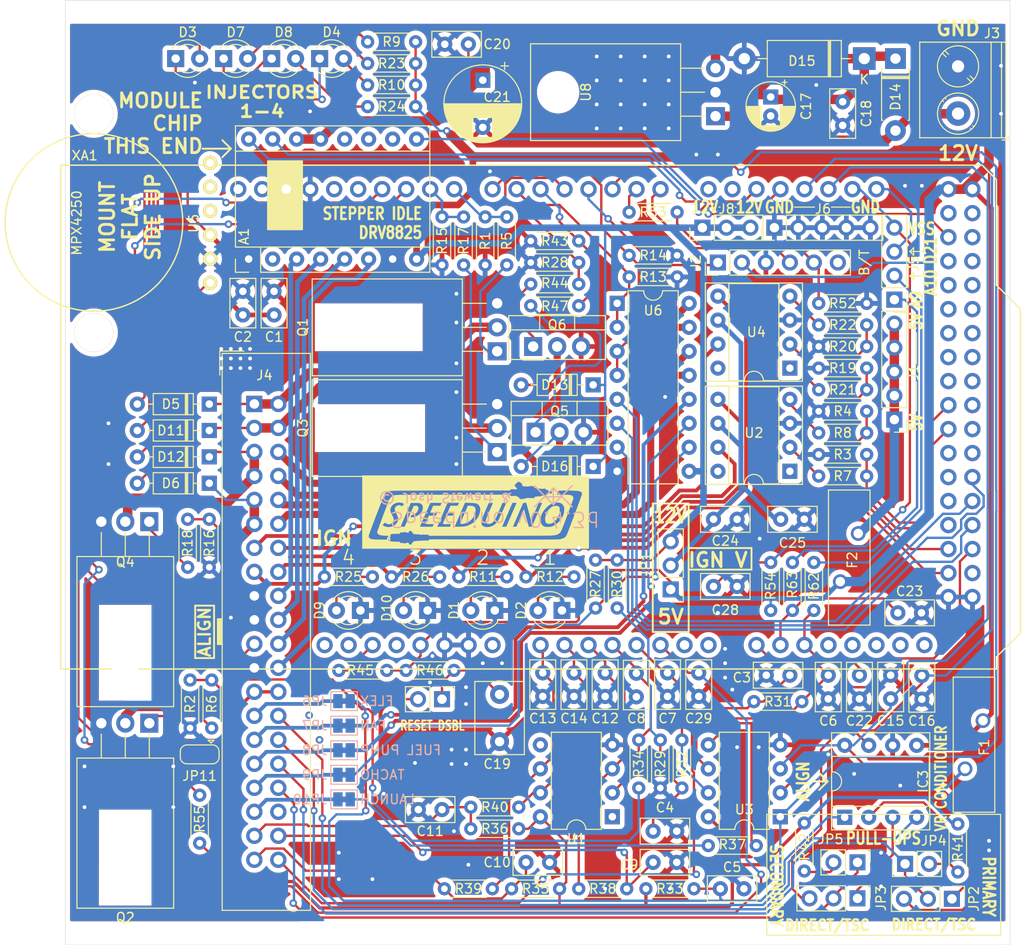
<source format=kicad_pcb>
(kicad_pcb (version 20221018) (generator pcbnew)
  (title_block (title "0.4") (date "2024-08-07") (rev "4e") (company "Speeduino") (comment 1 "updated by Kenneth \"Cmdr_scotty\" Walters"))
  (layers (0 "F.Cu" signal) (31 "B.Cu" signal) (34 "B.Paste" user) (35 "F.Paste" user) (36 "B.SilkS" user "B.Silkscreen") (37 "F.SilkS" user "F.Silkscreen") (38 "B.Mask" user) (39 "F.Mask" user) (44 "Edge.Cuts" user))
  (net 0 "")
  (net 1 "GND")
  (net 2 "O2_Sensor")
  (net 3 "Net-(C4-Pad1)")
  (net 4 "ADC-Clamp-4")
  (net 5 "ADC-Clamp-5")
  (net 6 "TPS_Sensor")
  (net 7 "IAT_Sensor")
  (net 8 "CLT_Sensor")
  (net 9 "ADC-Clamp-3")
  (net 10 "ADC-Clamp-1")
  (net 11 "ADC-Clamp-2")
  (net 12 "VDD")
  (net 13 "12V-SW")
  (net 14 "Net-(D1-Pad2)")
  (net 15 "Net-(D2-Pad2)")
  (net 16 "Net-(D3-Pad2)")
  (net 17 "Net-(D3-Pad1)")
  (net 18 "Net-(D4-Pad1)")
  (net 19 "Net-(D4-Pad2)")
  (net 20 "INJ-1-OUT")
  (net 21 "INJ-2-OUT")
  (net 22 "Net-(D7-Pad2)")
  (net 23 "Net-(D8-Pad2)")
  (net 24 "INJ-3-OUT")
  (net 25 "INJ-4-OUT")
  (net 26 "VRegIn")
  (net 27 "IDLE-OUT")
  (net 28 "BOOST-OUT")
  (net 29 "MCU-D0")
  (net 30 "MCU-D11")
  (net 31 "MCU-D10")
  (net 32 "Net-(R7-Pad1)")
  (net 33 "Net-(R8-Pad1)")
  (net 34 "IGN-1-OUT")
  (net 35 "IGN-2-OUT")
  (net 36 "MCU-D9")
  (net 37 "MCU-D8")
  (net 38 "MCU-D4")
  (net 39 "MCU-D49")
  (net 40 "MCU-D1")
  (net 41 "MCU-A10")
  (net 42 "MCU-A9")
  (net 43 "ADC-Clamp-6")
  (net 44 "RESET")
  (net 45 "MCU-D21")
  (net 46 "MCU-D20")
  (net 47 "MCU-D16")
  (net 48 "MCU-D5")
  (net 49 "MCU-D6")
  (net 50 "MCU-D7")
  (net 51 "MCU-D24")
  (net 52 "MCU-D38")
  (net 53 "MCU-D40")
  (net 54 "MCU-D45")
  (net 55 "MCU-D47")
  (net 56 "MCU-D50")
  (net 57 "MCU-D52")
  (net 58 "Net-(D10-Pad2)")
  (net 59 "ADC-Clamp-10")
  (net 60 "ADC-Clamp-8")
  (net 61 "ADC-Clamp-9")
  (net 62 "Net-(C19-Pad1)")
  (net 63 "Net-(D11-Pad2)")
  (net 64 "Net-(D12-Pad2)")
  (net 65 "Net-(D9-Pad2)")
  (net 66 "Net-(J2-Pad5)")
  (net 67 "Net-(J5-Pad1)")
  (net 68 "Net-(J5-Pad2)")
  (net 69 "Net-(R21-Pad1)")
  (net 70 "Net-(R22-Pad1)")
  (net 71 "IGN-3-OUT")
  (net 72 "IGN-4-OUT")
  (net 73 "MCU-D17")
  (net 74 "MCU-D3")
  (net 75 "STEP-A2")
  (net 76 "STEP-A1")
  (net 77 "STEP-B1")
  (net 78 "STEP-B2")
  (net 79 "Vdrive")
  (net 80 "HC-2-OUT")
  (net 81 "HC-1-OUT")
  (net 82 "VR1-")
  (net 83 "VR2-")
  (net 84 "MAP-EXT")
  (net 85 "TACHO-OUT")
  (net 86 "Net-(IC3-Pad2)")
  (net 87 "Net-(IC3-Pad3)")
  (net 88 "PROTO-1")
  (net 89 "PROTO-2")
  (net 90 "PROTO-3")
  (net 91 "CRANK-IN")
  (net 92 "PROTO-4")
  (net 93 "CAM-IN")
  (net 94 "PROTO-5")
  (net 95 "Net-(JP4-Pad2)")
  (net 96 "Net-(JP5-Pad2)")
  (net 97 "FAN-OUT")
  (net 98 "FUELPUMP-OUT")
  (net 99 "Clutch_in")
  (net 100 "Net-(A1-Pad2)")
  (net 101 "Net-(A1-Pad10)")
  (net 102 "Net-(A1-Pad11)")
  (net 103 "Net-(A1-Pad12)")
  (net 104 "VDDA")
  (net 105 "Net-(J2-Pad6)")
  (net 106 "Net-(U2-Pad8)")
  (net 107 "Net-(U2-Pad1)")
  (net 108 "Net-(U4-Pad1)")
  (net 109 "Net-(U4-Pad8)")
  (net 110 "ADC-Clamp-7")
  (net 111 "ADC-Clamp-11")
  (net 112 "ADC-Clamp-12")
  (net 113 "Net-(XA1-PadVIN)")
  (net 114 "Net-(XA1-Pad3V3)")
  (net 115 "Net-(XA1-PadIORF)")
  (net 116 "MCU-D15")
  (net 117 "MCU-D14")
  (net 118 "Net-(XA1-PadSCL)")
  (net 119 "Net-(XA1-PadSDA)")
  (net 120 "Net-(XA1-PadAREF)")
  (net 121 "MCU-D13")
  (net 122 "MCU-D12")
  (net 123 "MCU-A5")
  (net 124 "MCU-A6")
  (net 125 "MCU-A7")
  (net 126 "Net-(XA1-PadA11)")
  (net 127 "Net-(XA1-PadA12)")
  (net 128 "Net-(XA1-PadA13)")
  (net 129 "Net-(XA1-PadA14)")
  (net 130 "Net-(XA1-PadA15)")
  (net 131 "MCU-D22")
  (net 132 "MCU-D23")
  (net 133 "MCU-D25")
  (net 134 "MCU-D26")
  (net 135 "MCU-D27")
  (net 136 "MCU-D28")
  (net 137 "MCU-D29")
  (net 138 "MCU-D30")
  (net 139 "MCU-D31")
  (net 140 "MCU-D32")
  (net 141 "MCU-D33")
  (net 142 "MCU-D34")
  (net 143 "MCU-D35")
  (net 144 "MCU-D36")
  (net 145 "MCU-D37")
  (net 146 "MCU-D39")
  (net 147 "MCU-D41")
  (net 148 "MCU-D42")
  (net 149 "MCU-D43")
  (net 150 "MCU-D44")
  (net 151 "MCU-D46")
  (net 152 "MCU-D48")
  (net 153 "MCU-D53")
  (net 154 "Net-(F2-Pad2)")
  (net 155 "Net-(JP11-Pad3)")
  (net 156 "Net-(JP11-Pad2)")
  (net 157 "Net-(Q1-Pad1)")
  (net 158 "Net-(Q2-Pad1)")
  (net 159 "Net-(Q3-Pad1)")
  (net 160 "Net-(Q4-Pad1)")
  (net 161 "Net-(Q5-Pad2)")
  (net 162 "Net-(Q6-Pad2)")
  (footprint "Shields:Arduino_Mega2560_Shield_IO_Only" (layer "F.Cu") (at 110 107.8)
    (fp_text reference "XA1")
    (fp_text value "Arduino_Mega2560_Shield")
  )
  (footprint "Connector_PinHeader_2.54mm:PinHeader_1x06_P2.54mm_Vertical" (layer "F.Cu") (at 179.578 64.77 90)
    (fp_text reference "J2")
    (fp_text value "Conn_01x06")
  )
  (footprint "Package_DIP:DIP-8_W7.62mm_Socket" (layer "F.Cu") (at 193 123.5 90)
    (fp_text reference "IC3")
    (fp_text value "Trig Cond Socket")
  )
  (footprint "TerminalBlock_Phoenix:TerminalBlock_Phoenix_PT-1,5-2-5.0-H_1x02_P5.00mm_Horizontal" (layer "F.Cu") (at 205 49 90)
    (fp_text reference "J3")
    (fp_text value "Conn_01x02")
  )
  (footprint "Misc:MPX4250" (layer "F.Cu") (at 125.82 66.922 90)
    (fp_text reference "U5")
    (fp_text value "MPX4250")
  )
  (footprint "Connector_PinHeader_2.54mm:PinHeader_1x05_P2.54mm_Vertical" (layer "F.Cu") (at 198.255 81.4 180)
    (fp_text reference "J1")
    (fp_text value "Conn_01x05")
  )
  (footprint "Connector_PinHeader_2.54mm:PinHeader_1x03_P2.54mm_Vertical" (layer "F.Cu") (at 174.582 99.378 180)
    (fp_text reference "JP1")
    (fp_text value "Ignition Voltage")
  )
  (footprint "Connector_IDC:IDC-Header_2x20_P2.54mm_Vertical" (layer "F.Cu") (at 130.5 79.74)
    (fp_text reference "J4")
    (fp_text value "Conn_02x20_Counter_Clockwise")
  )
  (footprint "Connector_PinHeader_2.54mm:PinHeader_1x03_P2.54mm_Vertical" (layer "F.Cu") (at 194.354 132.08 -90)
    (fp_text reference "JP3")
    (fp_text value "VR-HALL")
  )
  (footprint "Module:Pololu_Breakout-16_15.2x20.3mm" (layer "F.Cu") (at 129.9 64.4 90)
    (fp_text reference "A1")
    (fp_text value "Pololu_Breakout_DRV8825")
  )
  (footprint "Connector_PinHeader_2.54mm:PinHeader_1x03_P2.54mm_Vertical" (layer "F.Cu") (at 177.935 61.08 90)
    (fp_text reference "J8")
    (fp_text value "Conn_01x03")
  )
  (footprint "Connector_PinHeader_2.54mm:PinHeader_1x04_P2.54mm_Vertical" (layer "F.Cu") (at 198.255 68.7 180)
    (fp_text reference "J5")
    (fp_text value "Conn_01x04")
  )
  (footprint "Connector_PinHeader_2.54mm:PinHeader_1x05_P2.54mm_Vertical" (layer "F.Cu") (at 185.555 61.08 90)
    (fp_text reference "J6")
    (fp_text value "Conn_01x05")
  )
  (footprint "Jumper:SolderJumper-3_P1.3mm_Bridged12_RoundedPad1.0x1.5mm" (layer "F.Cu") (at 124.714 116.84 180)
    (fp_text reference "JP11")
    (fp_text value "Jumper_3_Bridged12")
  )
  (footprint "Capacitor_THT:CP_Radial_D8.0mm_P5.00mm" (layer "F.Cu") (at 154.686 45.466 -90)
    (fp_text reference "C21")
    (fp_text value "47uF")
  )
  (footprint "Diode_THT:D_DO-35_SOD27_P7.62mm_Horizontal" (layer "F.Cu") (at 125.73 79.756 180)
    (fp_text reference "D5")
    (fp_text value "D")
  )
  (footprint "Diode_THT:D_DO-35_SOD27_P7.62mm_Horizontal" (layer "F.Cu") (at 125.73 88.138 180)
    (fp_text reference "D6")
    (fp_text value "D")
  )
  (footprint "Diode_THT:D_DO-35_SOD27_P7.62mm_Horizontal" (layer "F.Cu") (at 125.73 82.55 180)
    (fp_text reference "D11")
    (fp_text value "D")
  )
  (footprint "Diode_THT:D_DO-35_SOD27_P7.62mm_Horizontal" (layer "F.Cu") (at 125.73 85.344 180)
    (fp_text reference "D12")
    (fp_text value "D")
  )
  (footprint "Diode_THT:D_DO-41_SOD81_P7.62mm_Horizontal" (layer "F.Cu") (at 198.374 43.18 -90)
    (fp_text reference "D14")
    (fp_text value "SB230TA")
  )
  (footprint "Diode_THT:D_DO-15_P12.70mm_Horizontal" (layer "F.Cu") (at 195.072 43.18 180)
    (fp_text reference "D15")
    (fp_text value "D_TVS")
  )
  (footprint "Fuse:Fuse_BelFuse_0ZRE0055FF_L14.0mm_W4.1mm" (layer "F.Cu") (at 205.74 118.364 90)
    (fp_text reference "F1")
    (fp_text value "Polyfuse")
  )
  (footprint "Fuse:Fuse_BelFuse_0ZRE0055FF_L14.0mm_W4.1mm" (layer "F.Cu") (at 192.532 98.552 90)
    (fp_text reference "F2")
    (fp_text value "Polyfuse")
  )
  (footprint "Resistor_THT:R_Axial_DIN0204_L3.6mm_D1.6mm_P5.08mm_Horizontal" (layer "F.Cu") (at 154.94 59.944 -90)
    (fp_text reference "R1")
    (fp_text value "100k")
  )
  (footprint "Resistor_THT:R_Axial_DIN0204_L3.6mm_D1.6mm_P5.08mm_Horizontal" (layer "F.Cu") (at 123.698 114.046 90)
    (fp_text reference "R2")
    (fp_text value "100k")
  )
  (footprint "Resistor_THT:R_Axial_DIN0204_L3.6mm_D1.6mm_P5.08mm_Horizontal" (layer "F.Cu") (at 195.326 85.09 180)
    (fp_text reference "R3")
    (fp_text value "100k")
  )
  (footprint "Resistor_THT:R_Axial_DIN0204_L3.6mm_D1.6mm_P5.08mm_Horizontal" (layer "F.Cu") (at 190.246 80.518)
    (fp_text reference "R4")
    (fp_text value "100k")
  )
  (footprint "Resistor_THT:R_Axial_DIN0204_L3.6mm_D1.6mm_P5.08mm_Horizontal" (layer "F.Cu") (at 157.226 65.024 90)
    (fp_text reference "R5")
    (fp_text value "1k")
  )
  (footprint "Resistor_THT:R_Axial_DIN0204_L3.6mm_D1.6mm_P5.08mm_Horizontal" (layer "F.Cu") (at 125.984 114.046 90)
    (fp_text reference "R6")
    (fp_text value "1k")
  )
  (footprint "Resistor_THT:R_Axial_DIN0204_L3.6mm_D1.6mm_P5.08mm_Horizontal" (layer "F.Cu") (at 190.246 87.376)
    (fp_text reference "R7")
    (fp_text value "1k")
  )
  (footprint "Resistor_THT:R_Axial_DIN0204_L3.6mm_D1.6mm_P5.08mm_Horizontal" (layer "F.Cu") (at 190.246 82.804)
    (fp_text reference "R8")
    (fp_text value "1k")
  )
  (footprint "Resistor_THT:R_Axial_DIN0204_L3.6mm_D1.6mm_P5.08mm_Horizontal" (layer "F.Cu") (at 142.494 41.402)
    (fp_text reference "R9")
    (fp_text value "2.4k")
  )
  (footprint "Resistor_THT:R_Axial_DIN0204_L3.6mm_D1.6mm_P5.08mm_Horizontal" (layer "F.Cu") (at 142.494 45.974)
    (fp_text reference "R10")
    (fp_text value "2.4k")
  )
  (footprint "Resistor_THT:R_Axial_DIN0204_L3.6mm_D1.6mm_P5.08mm_Horizontal" (layer "F.Cu") (at 152.146 98.044)
    (fp_text reference "R11")
    (fp_text value "2.4k")
  )
  (footprint "Resistor_THT:R_Axial_DIN0204_L3.6mm_D1.6mm_P5.08mm_Horizontal" (layer "F.Cu") (at 170.18 66.294)
    (fp_text reference "R13")
    (fp_text value "100k")
  )
  (footprint "Resistor_THT:R_Axial_DIN0204_L3.6mm_D1.6mm_P5.08mm_Horizontal" (layer "F.Cu") (at 175.26 64.008 180)
    (fp_text reference "R14")
    (fp_text value "100k")
  )
  (footprint "Resistor_THT:R_Axial_DIN0204_L3.6mm_D1.6mm_P5.08mm_Horizontal" (layer "F.Cu") (at 150.368 59.944 -90)
    (fp_text reference "R15")
    (fp_text value "100k")
  )
  (footprint "Resistor_THT:R_Axial_DIN0204_L3.6mm_D1.6mm_P5.08mm_Horizontal" (layer "F.Cu") (at 125.73 97.028 90)
    (fp_text reference "R16")
    (fp_text value "100k")
  )
  (footprint "Resistor_THT:R_Axial_DIN0204_L3.6mm_D1.6mm_P5.08mm_Horizontal" (layer "F.Cu") (at 152.654 65.024 90)
    (fp_text reference "R17")
    (fp_text value "1k")
  )
  (footprint "Resistor_THT:R_Axial_DIN0204_L3.6mm_D1.6mm_P5.08mm_Horizontal" (layer "F.Cu") (at 123.444 97.028 90)
    (fp_text reference "R18")
    (fp_text value "1k")
  )
  (footprint "Resistor_THT:R_Axial_DIN0204_L3.6mm_D1.6mm_P5.08mm_Horizontal" (layer "F.Cu") (at 195.326 75.946 180)
    (fp_text reference "R19")
    (fp_text value "100k")
  )
  (footprint "Resistor_THT:R_Axial_DIN0204_L3.6mm_D1.6mm_P5.08mm_Horizontal" (layer "F.Cu") (at 190.246 73.66)
    (fp_text reference "R20")
    (fp_text value "100k")
  )
  (footprint "Resistor_THT:R_Axial_DIN0204_L3.6mm_D1.6mm_P5.08mm_Horizontal" (layer "F.Cu") (at 190.246 78.232)
    (fp_text reference "R21")
    (fp_text value "1k")
  )
  (footprint "Resistor_THT:R_Axial_DIN0204_L3.6mm_D1.6mm_P5.08mm_Horizontal" (layer "F.Cu") (at 190.246 71.374)
    (fp_text reference "R22")
    (fp_text value "1k")
  )
  (footprint "Resistor_THT:R_Axial_DIN0204_L3.6mm_D1.6mm_P5.08mm_Horizontal" (layer "F.Cu") (at 142.494 43.688)
    (fp_text reference "R23")
    (fp_text value "2.4k")
  )
  (footprint "Resistor_THT:R_Axial_DIN0204_L3.6mm_D1.6mm_P5.08mm_Horizontal" (layer "F.Cu") (at 142.494 48.26)
    (fp_text reference "R24")
    (fp_text value "2.4k")
  )
  (footprint "Resistor_THT:R_Axial_DIN0204_L3.6mm_D1.6mm_P5.08mm_Horizontal" (layer "F.Cu") (at 137.922 98.044)
    (fp_text reference "R25")
    (fp_text value "2.4k")
  )
  (footprint "Resistor_THT:R_Axial_DIN0204_L3.6mm_D1.6mm_P5.08mm_Horizontal" (layer "F.Cu") (at 173.482 120.396 90)
    (fp_text reference "R29")
    (fp_text value "1k")
  )
  (footprint "Resistor_THT:R_Axial_DIN0204_L3.6mm_D1.6mm_P5.08mm_Horizontal" (layer "F.Cu") (at 188.468 111.252 180)
    (fp_text reference "R31")
    (fp_text value "470R")
  )
  (footprint "Resistor_THT:R_Axial_DIN0204_L3.6mm_D1.6mm_P5.08mm_Horizontal" (layer "F.Cu") (at 175.768 115.316 -90)
    (fp_text reference "R32")
    (fp_text value "470R")
  )
  (footprint "Resistor_THT:R_Axial_DIN0204_L3.6mm_D1.6mm_P5.08mm_Horizontal" (layer "F.Cu") (at 171.958 131.064)
    (fp_text reference "R33")
    (fp_text value "2.4k")
  )
  (footprint "Resistor_THT:R_Axial_DIN0204_L3.6mm_D1.6mm_P5.08mm_Horizontal" (layer "F.Cu") (at 171.196 115.316 -90)
    (fp_text reference "R34")
    (fp_text value "470R")
  )
  (footprint "Resistor_THT:R_Axial_DIN0204_L3.6mm_D1.6mm_P5.08mm_Horizontal" (layer "F.Cu") (at 157.734 131.064)
    (fp_text reference "R35")
    (fp_text value "2.49k")
  )
  (footprint "Resistor_THT:R_Axial_DIN0204_L3.6mm_D1.6mm_P5.08mm_Horizontal" (layer "F.Cu") (at 153.416 124.714)
    (fp_text reference "R36")
    (fp_text value "2.49k")
  )
  (footprint "Resistor_THT:R_Axial_DIN0204_L3.6mm_D1.6mm_P5.08mm_Horizontal" (layer "F.Cu") (at 164.846 131.064)
    (fp_text reference "R38")
    (fp_text value "470R")
  )
  (footprint "Resistor_THT:R_Axial_DIN0204_L3.6mm_D1.6mm_P5.08mm_Horizontal" (layer "F.Cu") (at 155.702 131.064 180)
    (fp_text reference "R39")
    (fp_text value "470R")
  )
  (footprint "Resistor_THT:R_Axial_DIN0204_L3.6mm_D1.6mm_P5.08mm_Horizontal" (layer "F.Cu") (at 158.496 122.428 180)
    (fp_text reference "R40")
    (fp_text value "470R")
  )
  (footprint "Resistor_THT:R_Axial_DIN0204_L3.6mm_D1.6mm_P5.08mm_Horizontal" (layer "F.Cu") (at 188.722 129.186 90)
    (fp_text reference "R42")
    (fp_text value "1k")
  )
  (footprint "Resistor_THT:R_Axial_DIN0204_L3.6mm_D1.6mm_P5.08mm_Horizontal" (layer "F.Cu") (at 139.446 107.95)
    (fp_text reference "R45")
    (fp_text value "10k")
  )
  (footprint "Resistor_THT:R_Axial_DIN0204_L3.6mm_D1.6mm_P5.08mm_Horizontal" (layer "F.Cu") (at 151.638 107.95 180)
    (fp_text reference "R46")
    (fp_text value "120R")
  )
  (footprint "Resistor_THT:R_Axial_DIN0204_L3.6mm_D1.6mm_P5.08mm_Horizontal" (layer "F.Cu") (at 190.246 69.088)
    (fp_text reference "R52")
    (fp_text value "2k")
  )
  (footprint "Resistor_THT:R_Axial_DIN0204_L3.6mm_D1.6mm_P5.08mm_Horizontal" (layer "F.Cu") (at 170.18 59.436)
    (fp_text reference "R53")
    (fp_text value "1k")
  )
  (footprint "Resistor_THT:R_Axial_DIN0204_L3.6mm_D1.6mm_P5.08mm_Horizontal" (layer "F.Cu") (at 185.166 96.52 -90)
    (fp_text reference "R54")
    (fp_text value "1k")
  )
  (footprint "Resistor_THT:R_Axial_DIN0204_L3.6mm_D1.6mm_P5.08mm_Horizontal" (layer "F.Cu") (at 124.714 126.238 90)
    (fp_text reference "R55")
    (fp_text value "470R")
  )
  (footprint "Resistor_THT:R_Axial_DIN0204_L3.6mm_D1.6mm_P5.08mm_Horizontal" (layer "F.Cu") (at 189.738 96.52 -90)
    (fp_text reference "R62")
    (fp_text value "470R")
  )
  (footprint "Resistor_THT:R_Axial_DIN0204_L3.6mm_D1.6mm_P5.08mm_Horizontal" (layer "F.Cu") (at 187.47 101.6 90)
    (fp_text reference "R63")
    (fp_text value "470R")
  )
  (footprint "Package_DIP:DIP-8_W7.62mm" (layer "F.Cu") (at 168.402 123.444 180)
    (fp_text reference "U1")
    (fp_text value "SP721")
  )
  (footprint "Package_DIP:DIP-8_W7.62mm_Socket" (layer "F.Cu") (at 187.198 86.868 180)
    (fp_text reference "U2")
    (fp_text value "TC4424A")
  )
  (footprint "Package_DIP:DIP-8_W7.62mm" (layer "F.Cu") (at 186.182 123.444 180)
    (fp_text reference "U3")
    (fp_text value "SP721")
  )
  (footprint "Package_DIP:DIP-8_W7.62mm_Socket" (layer "F.Cu") (at 187.198 75.946 180)
    (fp_text reference "U4")
    (fp_text value "TC4424A")
  )
  (footprint "Package_DIP:DIP-16_W7.62mm" (layer "F.Cu") (at 168.91 69.088)
    (fp_text reference "U6")
    (fp_text value "ULN2003")
  )
  (footprint "Package_TO_SOT_THT:TO-220-3_Horizontal_TabDown" (layer "F.Cu") (at 119.38 92.202 180)
    (fp_text reference "Q4")
    (fp_text value "Q_NMOS_GDS")
  )
  (footprint "LED_THT:LED_D3.0mm" (layer "F.Cu") (at 127.254 43.18)
    (fp_text reference "D7")
    (fp_text value "LED")
  )
  (footprint "LED_THT:LED_D3.0mm" (layer "F.Cu") (at 155.956 101.6 180)
    (fp_text reference "D1")
    (fp_text value "LED")
  )
  (footprint "LED_THT:LED_D3.0mm" (layer "F.Cu") (at 163.068 101.6 180)
    (fp_text reference "D2")
    (fp_text value "LED")
  )
  (footprint "LED_THT:LED_D3.0mm" (layer "F.Cu") (at 122.174 43.18)
    (fp_text reference "D3")
    (fp_text value "LED")
  )
  (footprint "LED_THT:LED_D3.0mm" (layer "F.Cu") (at 132.334 43.18)
    (fp_text reference "D8")
    (fp_text value "LED")
  )
  (footprint "LED_THT:LED_D3.0mm" (layer "F.Cu") (at 141.732 101.6 180)
    (fp_text reference "D9")
    (fp_text value "LED")
  )
  (footprint "LED_THT:LED_D3.0mm" (layer "F.Cu") (at 148.844 101.6 180)
    (fp_text reference "D10")
    (fp_text value "LED")
  )
  (footprint "Package_TO_SOT_THT:TO-220-3_Horizontal_TabDown" (layer "F.Cu") (at 119.38 113.538 180)
    (fp_text reference "Q2")
    (fp_text value "Q_NMOS_GDS")
  )
  (footprint "Package_TO_SOT_THT:TO-220-3_Horizontal_TabDown" (layer "F.Cu") (at 156.21 74.168 90)
    (fp_text reference "Q1")
    (fp_text value "Q_NMOS_GDS")
  )
  (footprint "Package_TO_SOT_THT:TO-220-3_Horizontal_TabDown" (layer "F.Cu") (at 156.21 84.836 90)
    (fp_text reference "Q3")
    (fp_text value "Q_NMOS_GDS")
  )
  (footprint "Package_TO_SOT_THT:TO-220-3_Horizontal_TabDown" (layer "F.Cu") (at 179.324 49.276 90)
    (fp_text reference "U8")
    (fp_text value "LM2940S-5.0")
  )
  (footprint "Resistor_THT:R_Axial_DIN0204_L3.6mm_D1.6mm_P5.08mm_Horizontal" (layer "F.Cu") (at 204.978 129.286 90)
    (fp_text reference "R41")
    (fp_text value "1k")
  )
  (footprint "Connector_PinHeader_2.54mm:PinHeader_1x03_P2.54mm_Vertical" (layer "F.Cu") (at 204.354 132.132 -90)
    (fp_text reference "JP2")
    (fp_text value "VR-HALL")
  )
  (footprint "Connector_PinHeader_2.54mm:PinHeader_1x02_P2.54mm_Vertical" (layer "F.Cu") (at 199.39 128.432 90)
    (fp_text reference "JP4")
    (fp_text value "PULL-UP")
  )
  (footprint "Connector_PinHeader_2.54mm:PinHeader_1x02_P2.54mm_Vertical" (layer "F.Cu") (at 194.354 128.27 -90)
    (fp_text reference "JP5")
    (fp_text value "PULL-UP")
  )
  (footprint "Resistor_THT:R_Axial_DIN0204_L3.6mm_D1.6mm_P5.08mm_Horizontal" (layer "F.Cu") (at 145.034 98.044)
    (fp_text reference "R26")
    (fp_text value "2.4k")
  )
  (footprint "Resistor_THT:R_Axial_DIN0204_L3.6mm_D1.6mm_P5.08mm_Horizontal" (layer "F.Cu") (at 159.766 62.484)
    (fp_text reference "R43")
    (fp_text value "100k")
  )
  (footprint "Capacitor_THT:CP_Radial_D5.0mm_P2.00mm" (layer "F.Cu") (at 185.166 47.244 -90)
    (fp_text reference "C17")
    (fp_text value "10uF")
  )
  (footprint "Misc:Speeduino logo_sml" (layer "F.Cu") (at 153.924 91.186)
    (fp_text reference "G***" hide)
    (fp_text value "LOGO" hide)
  )
  (footprint "LED_THT:LED_D3.0mm" (layer "F.Cu") (at 137.414 43.18)
    (fp_text reference "D4")
    (fp_text value "LED")
  )
  (footprint "Diode_THT:D_DO-35_SOD27_P7.62mm_Horizontal" (layer "F.Cu") (at 166.37 77.724 180)
    (fp_text reference "D13")
    (fp_text value "D")
  )
  (footprint "Diode_THT:D_DO-35_SOD27_P7.62mm_Horizontal" (layer "F.Cu") (at 166.37 86.36 180)
    (fp_text reference "D16")
    (fp_text value "D")
  )
  (footprint "Resistor_THT:R_Axial_DIN0204_L3.6mm_D1.6mm_P5.08mm_Horizontal" (layer "F.Cu") (at 159.766 64.77)
    (fp_text reference "R28")
    (fp_text value "100k")
  )
  (footprint "Resistor_THT:R_Axial_DIN0204_L3.6mm_D1.6mm_P5.08mm_Horizontal" (layer "F.Cu") (at 164.846 67.056 180)
    (fp_text reference "R44")
    (fp_text value "1k")
  )
  (footprint "Resistor_THT:R_Axial_DIN0204_L3.6mm_D1.6mm_P5.08mm_Horizontal" (layer "F.Cu") (at 164.846 69.342 180)
    (fp_text reference "R47")
    (fp_text value "1k")
  )
  (footprint "Resistor_THT:R_Axial_DIN0204_L3.6mm_D1.6mm_P5.08mm_Horizontal" (layer "F.Cu") (at 168.91 101.346 90)
    (fp_text reference "R30")
    (fp_text value "3.9k")
  )
  (footprint "Resistor_THT:R_Axial_DIN0204_L3.6mm_D1.6mm_P5.08mm_Horizontal" (layer "F.Cu") (at 166.624 101.346 90)
    (fp_text reference "R27")
    (fp_text value "10k")
  )
  (footprint "Resistor_THT:R_Axial_DIN0204_L3.6mm_D1.6mm_P5.08mm_Horizontal" (layer "F.Cu") (at 159.258 98.044)
    (fp_text reference "R12")
    (fp_text value "2.4k")
  )
  (footprint "Resistor_THT:R_Axial_DIN0204_L3.6mm_D1.6mm_P5.08mm_Horizontal" (layer "F.Cu") (at 178.562 126.492)
    (fp_text reference "R37")
    (fp_text value "1k")
  )
  (footprint "Capacitor_THT:C_Disc_D5.0mm_W2.5mm_P2.50mm" (layer "F.Cu") (at 132.588 67.818 -90)
    (fp_text reference "C1")
    (fp_text value "0.01uF")
  )
  (footprint "Capacitor_THT:C_Disc_D5.0mm_W2.5mm_P2.50mm" (layer "F.Cu") (at 129.286 67.818 -90)
    (fp_text reference "C2")
    (fp_text value "1uF")
  )
  (footprint "Capacitor_THT:C_Disc_D5.0mm_W2.5mm_P2.50mm" (layer "F.Cu") (at 187.198 108.458 180)
    (fp_text reference "C3")
    (fp_text value "0.1uF")
  )
  (footprint "Capacitor_THT:C_Disc_D5.0mm_W2.5mm_P2.50mm" (layer "F.Cu") (at 172.72 124.968)
    (fp_text reference "C4")
    (fp_text value "0.1uF")
  )
  (footprint "Capacitor_THT:C_Disc_D5.0mm_W2.5mm_P2.50mm" (layer "F.Cu") (at 179.832 131.064)
    (fp_text reference "C5")
    (fp_text value "0.22uF")
  )
  (footprint "Capacitor_THT:C_Disc_D5.0mm_W2.5mm_P2.50mm" (layer "F.Cu") (at 191.262 108.458 -90)
    (fp_text reference "C6")
    (fp_text value "0.22uF")
  )
  (footprint "Capacitor_THT:C_Disc_D5.0mm_W2.5mm_P2.50mm" (layer "F.Cu") (at 174.244 108.204 -90)
    (fp_text reference "C7")
    (fp_text value "0.22uF")
  )
  (footprint "Capacitor_THT:C_Disc_D5.0mm_W2.5mm_P2.50mm" (layer "F.Cu") (at 170.942 110.744 90)
    (fp_text reference "C8")
    (fp_text value "470pf")
  )
  (footprint "Capacitor_THT:C_Disc_D5.0mm_W2.5mm_P2.50mm" (layer "F.Cu") (at 172.72 128.27)
    (fp_text reference "C9")
    (fp_text value "0.1uF")
  )
  (footprint "Capacitor_THT:C_Disc_D5.0mm_W2.5mm_P2.50mm" (layer "F.Cu") (at 159.258 128.27)
    (fp_text reference "C10")
    (fp_text value "0.1uF")
  )
  (footprint "Capacitor_THT:C_Disc_D5.0mm_W2.5mm_P2.50mm" (layer "F.Cu") (at 150.368 122.682 180)
    (fp_text reference "C11")
    (fp_text value "0.1uF")
  )
  (footprint "Capacitor_THT:C_Disc_D5.0mm_W2.5mm_P2.50mm" (layer "F.Cu") (at 167.64 108.204 -90)
    (fp_text reference "C12")
    (fp_text value "0.22uF")
  )
  (footprint "Capacitor_THT:C_Disc_D5.0mm_W2.5mm_P2.50mm" (layer "F.Cu") (at 161.036 108.204 -90)
    (fp_text reference "C13")
    (fp_text value "0.22uF")
  )
  (footprint "Capacitor_THT:C_Disc_D5.0mm_W2.5mm_P2.50mm" (layer "F.Cu") (at 164.338 108.204 -90)
    (fp_text reference "C14")
    (fp_text value "0.22uF")
  )
  (footprint "Capacitor_THT:C_Disc_D5.0mm_W2.5mm_P2.50mm" (layer "F.Cu") (at 197.866 108.458 -90)
    (fp_text reference "C15")
    (fp_text value "0.01uF")
  )
  (footprint "Capacitor_THT:C_Disc_D5.0mm_W2.5mm_P2.50mm" (layer "F.Cu") (at 201.168 110.998 90)
    (fp_text reference "C16")
    (fp_text value "0.1uF")
  )
  (footprint "Capacitor_THT:C_Disc_D5.0mm_W2.5mm_P2.50mm" (layer "F.Cu") (at 192.786 47.752 -90)
    (fp_text reference "C18")
    (fp_text value "0.1uF")
  )
  (footprint "Capacitor_THT:C_Disc_D5.0mm_W2.5mm_P2.50mm" (layer "F.Cu") (at 153.162 41.656 180)
    (fp_text reference "C20")
    (fp_text value "0.1uF")
  )
  (footprint "Capacitor_THT:C_Disc_D5.0mm_W2.5mm_P2.50mm" (layer "F.Cu") (at 194.564 108.458 -90)
    (fp_text reference "C22")
    (fp_text value "0.1uF")
  )
  (footprint "Capacitor_THT:C_Disc_D5.0mm_W2.5mm_P2.50mm" (layer "F.Cu") (at 198.628 101.854)
    (fp_text reference "C23")
    (fp_text value "0.1uF")
  )
  (footprint "Capacitor_THT:C_Disc_D5.0mm_W2.5mm_P2.50mm" (layer "F.Cu") (at 181.61 91.948 180)
    (fp_text reference "C24")
    (fp_text value "0.1uF")
  )
  (footprint "Capacitor_THT:C_Disc_D5.0mm_W2.5mm_P2.50mm" (layer "F.Cu") (at 188.722 91.948 180)
    (fp_text reference "C25")
    (fp_text value "1uF")
  )
  (footprint "Capacitor_THT:C_Disc_D5.0mm_W2.5mm_P2.50mm" (layer "F.Cu") (at 181.61 99.06 180)
    (fp_text reference "C28")
    (fp_text value "0.1uF")
  )
  (footprint "Capacitor_THT:C_Disc_D5.0mm_W2.5mm_P2.50mm" (layer "F.Cu") (at 177.546 108.204 -90)
    (fp_text reference "C29")
    (fp_text value "470pf")
  )
  (footprint "Connector_PinHeader_2.54mm:PinHeader_1x02_P2.54mm_Vertical" (layer "F.Cu") (at 150.368 110.998 -90)
    (fp_text reference "JP12" hide)
    (fp_text value "Jumper_NO_Small")
  )
  (footprint "Capacitor_THT:C_Disc_D7.5mm_W5.0mm_P5.00mm" (layer "F.Cu") (at 156.464 110.49 -90)
    (fp_text reference "C19")
    (fp_text value "22uF")
  )
  (footprint "Package_TO_SOT_THT:TO-220-3_Vertical" (layer "F.Cu") (at 160.02 73.66)
    (fp_text reference "Q6")
    (fp_text value "TO-220-3_Vertical")
  )
  (footprint "Package_TO_SOT_THT:TO-220-3_Vertical" (layer "F.Cu") (at 160.274 82.733)
    (fp_text reference "Q5")
    (fp_text value "TO-220-3_Vertical")
  )
  (footprint "Jumper:SolderJumper-2_P1.3mm_Bridged_Pad1.0x1.5mm" (layer "B.Cu") (at 140 116.4 180)
    (fp_text reference "JP8")
    (fp_text value "SolderJumper_2_Bridged")
  )
  (footprint "Jumper:SolderJumper-2_P1.3mm_Bridged_Pad1.0x1.5mm" (layer "B.Cu") (at 140 111.2 180)
    (fp_text reference "JP6")
    (fp_text value "SolderJumper_2_Bridged")
  )
  (footprint "Jumper:SolderJumper-2_P1.3mm_Bridged_Pad1.0x1.5mm" (layer "B.Cu") (at 140 113.8 180)
    (fp_text reference "JP7")
    (fp_text value "SolderJumper_2_Bridged")
  )
  (footprint "Jumper:SolderJumper-2_P1.3mm_Bridged_Pad1.0x1.5mm" (layer "B.Cu") (at 140 119 180)
    (fp_text reference "JP9")
    (fp_text value "SolderJumper_2_Bridged")
  )
  (footprint "Jumper:SolderJumper-2_P1.3mm_Bridged_Pad1.0x1.5mm" (layer "B.Cu") (at 140 121.6 180)
    (fp_text reference "JP10")
    (fp_text value "SolderJumper_2_Bridged")
  )
  (gr_line (start 162.152 88.646) (end 162.152 90.246) (stroke (width 0.15)) (layer "B.SilkS"))
  (gr_line (start 164.152 88.392) (end 162.152 90.392) (stroke (width 0.15)) (layer "B.SilkS"))
  (gr_line (start 162.152 88.646) (end 164.152 90.646) (stroke (width 0.15)) (layer "B.SilkS"))
  (gr_line (start 161.352 89.574) (end 162.952 89.574) (stroke (width 0.15)) (layer "B.SilkS"))
  (gr_line (start 160.152 88.392) (end 162.152 90.392) (stroke (width 0.15)) (layer "B.SilkS"))
  (gr_line (start 160.152 90.646) (end 162.152 88.646) (stroke (width 0.15)) (layer "B.SilkS"))
  (gr_line (start 193.6 58.9) (end 191.6 58.9) (stroke (width 0.12)) (layer "F.SilkS"))
  (gr_line (start 124.238 106.642) (end 124.238 101.092) (stroke (width 0.2)) (layer "F.SilkS"))
  (gr_line (start 128.016 52.716) (end 127.116 53.616) (stroke (width 0.2)) (layer "F.SilkS"))
  (gr_line (start 125.016 52.716) (end 128.016 52.716) (stroke (width 0.2)) (layer "F.SilkS"))
  (gr_line (start 128.016 52.716) (end 127.116 51.816) (stroke (width 0.2)) (layer "F.SilkS"))
  (gr_line (start 126.238 106.642) (end 126.238 101.092) (stroke (width 0.2)) (layer "F.SilkS"))
  (gr_line (start 126.238 101.092) (end 124.238 101.092) (stroke (width 0.2)) (layer "F.SilkS"))
  (gr_line (start 126.75 102.5) (end 126.75 105.2) (stroke (width 0.12)) (layer "F.SilkS"))
  (gr_line (start 126.7 102.5) (end 126.7 105.2) (stroke (width 0.12)) (layer "F.SilkS"))
  (gr_line (start 126.65 102.5) (end 126.65 105.2) (stroke (width 0.12)) (layer "F.SilkS"))
  (gr_line (start 126.6 102.5) (end 126.6 105.2) (stroke (width 0.12)) (layer "F.SilkS"))
  (gr_line (start 126.238 106.642) (end 124.238 106.642) (stroke (width 0.2)) (layer "F.SilkS"))
  (gr_line (start 176.482 103.878) (end 176.482 90.278) (stroke (width 0.2)) (layer "F.SilkS"))
  (gr_line (start 127 102.5) (end 127 105.2) (stroke (width 0.12)) (layer "F.SilkS"))
  (gr_line (start 176.53 94.996) (end 183.134 94.996) (stroke (width 0.2)) (layer "F.SilkS"))
  (gr_line (start 199.9 66.2) (end 200.3 66.6) (stroke (width 0.12)) (layer "F.SilkS"))
  (gr_line (start 179.8 58.9) (end 179.7 58.9) (stroke (width 0.12)) (layer "F.SilkS"))
  (gr_line (start 181.5 58.9) (end 181.4 58.9) (stroke (width 0.12)) (layer "F.SilkS"))
  (gr_line (start 201.2 66.2) (end 199.9 66.2) (stroke (width 0.12)) (layer "F.SilkS"))
  (gr_line (start 201.2 63.6) (end 199.9 63.6) (stroke (width 0.12)) (layer "F.SilkS"))
  (gr_line (start 184.754 135.99) (end 209.504 135.99) (stroke (width 0.12)) (layer "F.SilkS"))
  (gr_line (start 187.7 58.9) (end 189.8 58.9) (stroke (width 0.12)) (layer "F.SilkS"))
  (gr_line (start 126.9 105.2) (end 126.9 102.5) (stroke (width 0.12)) (layer "F.SilkS"))
  (gr_line (start 126.6 102.5) (end 127.1 102.5) (stroke (width 0.12)) (layer "F.SilkS"))
  (gr_line (start 127 105.2) (end 126.9 105.2) (stroke (width 0.12)) (layer "F.SilkS"))
  (gr_line (start 199.9 63.6) (end 200.3 64) (stroke (width 0.12)) (layer "F.SilkS"))
  (gr_line (start 200.3 64) (end 200.3 63.2) (stroke (width 0.12)) (layer "F.SilkS"))
  (gr_line (start 183.134 97.282) (end 176.53 97.282) (stroke (width 0.2)) (layer "F.SilkS"))
  (gr_line (start 126.8 102.5) (end 126.8 105.2) (stroke (width 0.12)) (layer "F.SilkS"))
  (gr_line (start 209.504 123.19) (end 184.754 123.19) (stroke (width 0.12)) (layer "F.SilkS"))
  (gr_line (start 209.504 135.99) (end 209.504 123.19) (stroke (width 0.12)) (layer "F.SilkS"))
  (gr_line (start 189.6 119.7) (end 191.2 119.7) (stroke (width 0.2)) (layer "F.SilkS"))
  (gr_line (start 126.9 102.5) (end 126.8 102.5) (stroke (width 0.12)) (layer "F.SilkS"))
  (gr_poly (pts (xy 131.9 54) (xy 135.6 54) (xy 135.6 61.3) (xy 131.9 61.3)) (stroke (width 0.1)) (fill solid) (layer "F.SilkS"))
  (gr_line (start 191.2 119.7) (end 190.3 120.6) (stroke (width 0.2)) (layer "F.SilkS"))
  (gr_line (start 183.134 94.996) (end 183.134 97.282) (stroke (width 0.2)) (layer "F.SilkS"))
  (gr_line (start 184.754 123.19) (end 184.754 135.99) (stroke (width 0.12)) (layer "F.SilkS"))
  (gr_line (start 191.2 119.7) (end 190.3 118.8) (stroke (width 0.2)) (layer "F.SilkS"))
  (gr_line (start 172.682 103.878) (end 172.682 90.278) (stroke (width 0.2)) (layer "F.SilkS"))
  (gr_line (start 126.6 105.2) (end 127.1 105.2) (stroke (width 0.12)) (layer "F.SilkS"))
  (gr_line (start 200.6 80.5) (end 200.6 77.4) (stroke (width 0.12)) (layer "F.SilkS"))
  (gr_line (start 200.3 66.6) (end 200.3 65.8) (stroke (width 0.12)) (layer "F.SilkS"))
  (gr_line (start 172.682 90.278) (end 176.482 90.278) (stroke (width 0.2)) (layer "F.SilkS"))
  (gr_line (start 172.682 103.878) (end 176.49 103.886) (stroke (width 0.2)) (layer "F.SilkS"))
  (gr_line (start 200.6 75.5) (end 200.6 72.2) (stroke (width 0.12)) (layer "F.SilkS"))
  (gr_line (start 200.3 63.2) (end 199.9 63.6) (stroke (width 0.12)) (layer "F.SilkS"))
  (gr_line (start 200.3 65.8) (end 199.9 66.2) (stroke (width 0.12)) (layer "F.SilkS"))
  (gr_line (start 210.5 37) (end 210.5 137) (stroke (width 0.05)) (layer "Edge.Cuts"))
  (gr_line (start 110.5 37) (end 210.5 37) (stroke (width 0.05)) (layer "Edge.Cuts"))
  (gr_line (start 110.5 137) (end 110.5 37) (stroke (width 0.05)) (layer "Edge.Cuts"))
  (gr_line (start 110.5 137) (end 210.5 137) (stroke (width 0.05)) (layer "Edge.Cuts"))
  (gr_text "TACHO" (at 141.6 119) (layer "B.SilkS") (effects (font (size 1 1)) (justify right mirror)))
  (gr_text "FUEL PUMP" (at 141.6 116.4) (layer "B.SilkS") (effects (font (size 1 1)) (justify right mirror)))
  (gr_text "FAN" (at 141.6 113.8) (layer "B.SilkS") (effects (font (size 1 1)) (justify right mirror)))
  (gr_text "FLEX" (at 141.6 111.2) (layer "B.SilkS") (effects (font (size 1 1)) (justify right mirror)))
  (gr_text "© Josh Stewart & " (at 151.13 89.662 180) (layer "B.SilkS") (effects (font (size 1 1)) (justify mirror)))
  (gr_text "LAUNCH" (at 141.6 121.6) (layer "B.SilkS") (effects (font (size 1 1)) (justify right mirror)))
  (gr_text "Speeduino v0.4.3d" (at 155.956 91.948 180) (layer "B.SilkS") (effects (font (size 1.6 1.6)) (justify mirror)))
  (gr_text "VSS" (at 201.168 61.214) (layer "F.SilkS") (effects (font (size 1.25 1) (thickness 0.25))))
  (gr_text "GND" (at 186.1 58.9) (layer "F.SilkS") (effects (font (size 1.25 1) (thickness 0.25))))
  (gr_text "STEPPER IDLE\nDRV8825" (at 148.4 60.6) (layer "F.SilkS") (effects (font (size 1.25 1) (thickness 0.25)) (justify right)))
  (gr_text "MODULE\nCHIP\nTHIS END" (at 125.222 50.038) (layer "F.SilkS") (effects (font (size 1.5 1.5) (thickness 0.3)) (justify right)))
  (gr_text "MOUNT\nFLAT\nSIDE UP" (at 117.348 59.944 90) (layer "F.SilkS") (effects (font (size 1.5 1.5) (thickness 0.3))))
  (gr_text "5V" (at 200.6 71 90) (layer "F.SilkS") (effects (font (size 1.25 1) (thickness 0.25))))
  (gr_text "5V" (at 200.6 81.7 90) (layer "F.SilkS") (effects (font (size 1.25 1) (thickness 0.25))))
  (gr_text "12V" (at 182.9 58.9) (layer "F.SilkS") (effects (font (size 1.25 1) (thickness 0.25))))
  (gr_text "12V" (at 178.2 58.9) (layer "F.SilkS") (effects (font (size 1.25 1) (thickness 0.25))))
  (gr_text "12V" (at 205 53.2) (layer "F.SilkS") (effects (font (size 1.5 1.5) (thickness 0.3))))
  (gr_text "GND" (at 205 40) (layer "F.SilkS") (effects (font (size 1.5 1.5) (thickness 0.3))))
  (gr_text "GND" (at 195.2 58.9) (layer "F.SilkS") (effects (font (size 1.25 1) (thickness 0.25))))
  (gr_text "A9" (at 200.6 68.7 90) (layer "F.SilkS") (effects (font (size 1.25 1) (thickness 0.25))))
  (gr_text "RESET DSBL" (at 149.352 113.792) (layer "F.SilkS") (effects (font (size 1 0.75) (thickness 0.1875))))
  (gr_text "A10" (at 202.1 66.9 90) (layer "F.SilkS") (effects (font (size 1.25 1) (thickness 0.25))))
  (gr_text "VR CONDITIONER" (at 203.2 119.38 90) (layer "F.SilkS") (effects (font (size 1.15 0.9) (thickness 0.22))))
  (gr_text "ALIGN" (at 188.6 119.7 90) (layer "F.SilkS") (effects (font (size 1.25 1) (thickness 0.25))))
  (gr_text "SECONDARY" (at 185.754 130.74 270) (layer "F.SilkS") (effects (font (size 1.25 1) (thickness 0.25))))
  (gr_text "PRIMARY" (at 208.254 130.84 270) (layer "F.SilkS") (effects (font (size 1.25 1) (thickness 0.25))))
  (gr_text "DIRECT/TSC" (at 191.154 134.94) (layer "F.SilkS") (effects (font (size 1.15 1) (thickness 0.25))))
  (gr_text "ALIGN" (at 125.222 103.886 90) (layer "F.SilkS") (effects (font (size 1.25 1.25) (thickness 0.25))))
  (gr_text "INJECTORS\n1-4" (at 131.318 47.752) (layer "F.SilkS") (effects (font (size 1.25 1.5) (thickness 0.3))))
  (gr_text "12V" (at 174.532 91.578) (layer "F.SilkS") (effects (font (size 1.5 1.25) (thickness 0.3))))
  (gr_text "PULL-UPS" (at 197.104 125.73) (layer "F.SilkS") (effects (font (size 1.25 1) (thickness 0.25))))
  (gr_text "DIRECT/TSC" (at 202.438 134.874) (layer "F.SilkS") (effects (font (size 1.15 1) (thickness 0.25))))
  (gr_text "IGN V" (at 179.578 96.266) (layer "F.SilkS") (effects (font (size 1.5 1.5) (thickness 0.3))))
  (gr_text "5V" (at 174.582 102.278) (layer "F.SilkS") (effects (font (size 1.5 1.5) (thickness 0.3))))
  (gr_text "D21" (at 202.1 63.5 90) (layer "F.SilkS") (effects (font (size 1.25 1) (thickness 0.25))))
  (gr_text "IGN" (at 138.938 93.98) (layer "F.SilkS") (effects (font (size 1.5 1.5) (thickness 0.3))))
  (gr_text "B/T" (at 195.072 64.77 90) (layer "F.SilkS") (effects (font (size 1 1))))
  (via (at 184 94) (size 0.8) (drill 0.4) (layers "F.Cu" "B.Cu") (net 1))
  (via (at 194 118.9) (size 0.8) (drill 0.4) (layers "F.Cu" "B.Cu") (net 1))
  (via (at 169.29 42.95) (size 0.8) (drill 0.4) (layers "F.Cu" "B.Cu") (net 1))
  (via (at 171.83 42.95) (size 0.8) (drill 0.4) (layers "F.Cu" "B.Cu") (net 1))
  (via (at 174.37 42.95) (size 0.8) (drill 0.4) (layers "F.Cu" "B.Cu") (net 1))
  (via (at 166.75 45.49) (size 0.8) (drill 0.4) (layers "F.Cu" "B.Cu") (net 1))
  (via (at 169.29 45.49) (size 0.8) (drill 0.4) (layers "F.Cu" "B.Cu") (net 1))
  (via (at 171.83 45.49) (size 0.8) (drill 0.4) (layers "F.Cu" "B.Cu") (net 1))
  (via (at 174.37 45.49) (size 0.8) (drill 0.4) (layers "F.Cu" "B.Cu") (net 1))
  (via (at 166.75 48.03) (size 0.8) (drill 0.4) (layers "F.Cu" "B.Cu") (net 1))
  (via (at 169.29 48.03) (size 0.8) (drill 0.4) (layers "F.Cu" "B.Cu") (net 1))
  (via (at 171.83 48.03) (size 0.8) (drill 0.4) (layers "F.Cu" "B.Cu") (net 1))
  (via (at 174.37 48.03) (size 0.8) (drill 0.4) (layers "F.Cu" "B.Cu") (net 1))
  (via (at 166.75 50.57) (size 0.8) (drill 0.4) (layers "F.Cu" "B.Cu") (net 1))
  (via (at 169.29 50.57) (size 0.8) (drill 0.4) (layers "F.Cu" "B.Cu") (net 1))
  (via (at 171.83 50.57) (size 0.8) (drill 0.4) (layers "F.Cu" "B.Cu") (net 1))
  (via (at 174.37 50.57) (size 0.8) (drill 0.4) (layers "F.Cu" "B.Cu") (net 1))
  (via (at 166.75 42.95) (size 0.8) (drill 0.4) (layers "F.Cu" "B.Cu") (net 1))
  (via (at 208.28 127) (size 0.8) (drill 0.4) (layers "F.Cu" "B.Cu") (net 1))
  (via (at 127 74.93) (size 0.8) (drill 0.4) (layers "F.Cu" "B.Cu") (net 1))
  (via (at 128.016 74.93) (size 0.8) (drill 0.4) (layers "F.Cu" "B.Cu") (net 1))
  (via (at 129.032 74.93) (size 0.8) (drill 0.4) (layers "F.Cu" "B.Cu") (net 1))
  (via (at 130.048 74.93) (size 0.8) (drill 0.4) (layers "F.Cu" "B.Cu") (net 1))
  (via (at 127 73.914) (size 0.8) (drill 0.4) (layers "F.Cu" "B.Cu") (net 1))
  (via (at 129.032 73.914) (size 0.8) (drill 0.4) (layers "F.Cu" "B.Cu") (net 1))
  (via (at 128.016 73.914) (size 0.8) (drill 0.4) (layers "F.Cu" "B.Cu") (net 1))
  (via (at 129.032 75.946) (size 0.8) (drill 0.4) (layers "F.Cu" "B.Cu") (net 1))
  (via (at 127 75.946) (size 0.8) (drill 0.4) (layers "F.Cu" "B.Cu") (net 1))
  (via (at 128.016 75.946) (size 0.8) (drill 0.4) (layers "F.Cu" "B.Cu") (net 1))
  (via (at 130.048 75.946) (size 0.8) (drill 0.4) (layers "F.Cu" "B.Cu") (net 1))
  (via (at 196.85 127.254) (size 0.8) (drill 0.4) (layers "F.Cu" "B.Cu") (net 1))
  (via (at 130.048 73.914) (size 0.8) (drill 0.4) (layers "F.Cu" "B.Cu") (net 1))
  (via (at 173.99 78.994) (size 0.8) (drill 0.4) (layers "F.Cu" "B.Cu") (net 1))
  (via (at 179.578 53.34) (size 0.8) (drill 0.4) (layers "F.Cu" "B.Cu") (net 1))
  (via (at 154.686 107.188) (size 0.8) (drill 0.4) (layers "F.Cu" "B.Cu") (net 1))
  (via (at 115.062 81.788) (size 0.8) (drill 0.4) (layers "F.Cu" "B.Cu") (net 1))
  (via (at 139.446 130.048) (size 0.8) (drill 0.4) (layers "F.Cu" "B.Cu") (net 1))
  (via (at 181.61 116.078) (size 0.8) (drill 0.4) (layers "F.Cu" "B.Cu") (net 1))
  (via (at 112.522 122.428) (size 0.8) (drill 0.4) (layers "F.Cu" "B.Cu") (net 1))
  (via (at 143.002 130.048) (size 0.8) (drill 0.4) (layers "F.Cu" "B.Cu") (net 1))
  (via (at 174.498 131.064) (size 0.8) (drill 0.4) (layers "F.Cu" "B.Cu") (net 1))
  (via (at 151.384 116.332) (size 0.8) (drill 0.4) (layers "F.Cu" "B.Cu") (net 1))
  (via (at 208.28 125.984) (size 0.8) (drill 0.4) (layers "F.Cu" "B.Cu") (net 1))
  (via (at 151.892 75.438) (size 0.8) (drill 0.4) (layers "F.Cu" "B.Cu") (net 1))
  (via (at 199.39 56.642) (size 0.8) (drill 0.4) (layers "F.Cu" "B.Cu") (net 1))
  (via (at 198.882 120.142) (size 0.8) (drill 0.4) (layers "F.Cu" "B.Cu") (net 1))
  (via (at 128.016 102.362) (size 0.8) (drill 0.4) (layers "F.Cu" "B.Cu") (net 1))
  (via (at 167.64 131.064) (size 0.8) (drill 0.4) (layers "F.Cu" "B.Cu") (net 1))
  (via (at 155.448 55.118) (size 0.8) (drill 0.4) (layers "F.Cu" "B.Cu") (net 1))
  (via (at 180.34 107.188) (size 0.8) (drill 0.4) (layers "F.Cu" "B.Cu") (net 1))
  (via (at 151.892 78.486) (size 0.8) (drill 0.4) (layers "F.Cu" "B.Cu") (net 1))
  (via (at 151.892 68.072) (size 0.8) (drill 0.4) (layers "F.Cu" "B.Cu") (net 1))
  (via (at 124.206 45.72) (size 0.8) (drill 0.4) (layers "F.Cu" "B.Cu") (net 1))
  (via (at 209.55 49.022) (size 0.8) (drill 0.4) (layers "F.Cu" "B.Cu") (net 1))
  (via (at 152.908 109.728) (size 0.8) (drill 0.4) (layers "F.Cu" "B.Cu") (net 1))
  (via (at 201.168 56.642) (size 0.8) (drill 0.4) (layers "F.Cu" "B.Cu") (net 1))
  (via (at 151.638 124.968) (size 0.8) (drill 0.4) (layers "F.Cu" "B.Cu") (net 1))
  (via (at 149.098 109.22) (size 0.8) (drill 0.4) (layers "F.Cu" "B.Cu") (net 1))
  (via (at 179.578 101.854) (size 0.8) (drill 0.4) (layers "F.Cu" "B.Cu") (net 1))
  (via (at 180.34 108.712) (size 0.8) (drill 0.4) (layers "F.Cu" "B.Cu") (net 1))
  (via (at 209.55 43.942) (size 0.8) (drill 0.4) (layers "F.Cu" "B.Cu") (net 1))
  (via (at 189.992 45.974) (size 0.8) (drill 0.4) (layers "F.Cu" "B.Cu") (net 1))
  (via (at 152.908 117.856) (size 0.8) (drill 0.4) (layers "F.Cu" "B.Cu") (net 1))
  (via (at 115.062 86.106) (size 0.8) (drill 0.4) (layers "F.Cu" "B.Cu") (net 1))
  (via (at 121.92 122.428) (size 0.8) (drill 0.4) (layers "F.Cu" "B.Cu") (net 1))
  (via (at 151.892 71.12) (size 0.8) (drill 0.4) (layers "F.Cu" "B.Cu") (net 1))
  (via (at 180.34 105.664) (size 0.8) (drill 0.4) (layers "F.Cu" "B.Cu") (net 1))
  (via (at 183.896 116.078) (size 0.8) (drill 0.4) (layers "F.Cu" "B.Cu") (net 1))
  (via (at 137.4 115.3) (size 0.8) (drill 0.4) (layers "F.Cu" "B.Cu") (net 1))
  (via (at 147.508736 117.746075) (size 0.8) (drill 0.4) (layers "F.Cu" "B.Cu") (net 1))
  (via (at 153.162 128.524) (size 0.8) (drill 0.4) (layers "F.Cu" "B.Cu") (net 1))
  (via (at 121.92 118.11) (size 0.8) (drill 0.4) (layers "F.Cu" "B.Cu") (net 1))
  (via (at 196.85 130.81) (size 0.8) (drill 0.4) (layers "F.Cu" "B.Cu") (net 1))
  (via (at 156.718 107.188) (size 0.8) (drill 0.4) (layers "F.Cu" "B.Cu") (net 1))
  (via (at 151.892 86.106) (size 0.8) (drill 0.4) (layers "F.Cu" "B.Cu") (net 1))
  (via (at 177.292 53.34) (size 0.8) (drill 0.4) (layers "F.Cu" "B.Cu") (net 1))
  (via (at 151.384 117.856) (size 0.8) (drill 0.4) (layers "F.Cu" "B.Cu") (net 1))
  (via (at 112.522 118.11) (size 0.8) (drill 0.4) (layers "F.Cu" "B.Cu") (net 1))
  (via (at 152.908 111.506) (size 0.8) (drill 0.4) (layers "F.Cu" "B.Cu") (net 1))
  (via (at 136.398 48.768) (size 0.8) (drill 0.4) (layers "F.Cu" "B.Cu") (net 1))
  (via (at 149.352 106.426) (size 0.8) (drill 0.4) (layers "F.Cu" "B.Cu") (net 1))
  (via (at 136.3 112.7) (size 0.8) (drill 0.4) (layers "F.Cu" "B.Cu") (net 1))
  (via (at 181.102 109.982) (size 0.8) (drill 0.4) (layers "F.Cu" "B.Cu") (net 1))
  (via (at 139.446 127.254) (size 0.8) (drill 0.4) (layers "F.Cu" "B.Cu") (net 1))
  (via (at 191.262 116.84) (size 0.8) (drill 0.4) (layers "F.Cu" "B.Cu") (net 1))
  (via (at 144.2 121) (size 0.8) (drill 0.4) (layers "F.Cu" "B.Cu") (net 1))
  (via (at 151.892 83.312) (size 0.8) (drill 0.4) (layers "F.Cu" "B.Cu") (net 1))
  (via (at 152.908 116.332) (size 0.8) (drill 0.4) (layers "F.Cu" "B.Cu") (net 1))
  (segment (start 201.208 110.744) (end 201.329002 110.744) (width 0.25) (layer "B.Cu") (net 1))
  (segment (start 200.66 110.744) (end 201.168 110.744) (width 0.25) (layer "B.Cu") (net 1))
  (segment (start 177.038 129.286) (end 177.292 129.54) (width 0.25) (layer "F.Cu") (net 2))
  (segment (start 158.488011 132.595989) (end 161.036 130.048) (width 0.25) (layer "F.Cu") (net 2))
  (segment (start 184.404 111.252) (end 183.388 111.252) (width 0.25) (layer "F.Cu") (net 2))
  (segment (start 178.749591 111.951999) (end 176.84199 113.8596) (width 0.25) (layer "F.Cu") (net 2))
  (segment (start 176.84199 118.54758) (end 177.038 118.74359) (width 0.25) (layer "F.Cu") (net 2))
  (segment (start 176.84199 113.8596) (end 176.84199 118.54758) (width 0.25) (layer "F.Cu") (net 2))
  (segment (start 133.04 128) (end 137.635989 132.595989) (width 0.25) (layer "F.Cu") (net 2))
  (segment (start 177.038 118.74359) (end 177.038 129.286) (width 0.25) (layer "F.Cu") (net 2))
  (segment (start 137.635989 132.595989) (end 158.488011 132.595989) (width 0.25) (layer "F.Cu") (net 2))
  (segment (start 187.198 108.458) (end 184.404 111.252) (width 0.25) (layer "F.Cu") (net 2))
  (segment (start 182.688001 111.951999) (end 178.749591 111.951999) (width 0.25) (layer "F.Cu") (net 2))
  (segment (start 183.388 111.252) (end 182.688001 111.951999) (width 0.25) (layer "F.Cu") (net 2))
  (via (at 161.036 130.048) (size 0.8) (drill 0.4) (layers "F.Cu" "B.Cu") (net 2))
  (via (at 177.292 129.54) (size 0.8) (drill 0.4) (layers "F.Cu" "B.Cu") (net 2))
  (segment (start 161.544 129.54) (end 161.036 130.048) (width 0.25) (layer "B.Cu") (net 2))
  (segment (start 177.292 129.54) (end 161.544 129.54) (width 0.25) (layer "B.Cu") (net 2))
  (segment (start 172.72 123.698) (end 175.768 120.65) (width 0.25) (layer "F.Cu") (net 3))
  (segment (start 175.768 120.65) (end 175.768 120.396) (width 0.25) (layer "F.Cu") (net 3))
  (segment (start 173.482 115.316) (end 173.482 118.11) (width 0.25) (layer "F.Cu") (net 3))
  (segment (start 172.72 124.968) (end 172.72 123.698) (width 0.25) (layer "F.Cu") (net 3))
  (segment (start 173.482 118.11) (end 175.768 120.396) (width 0.25) (layer "F.Cu") (net 3))
  (segment (start 172.466 114.3) (end 172.466 109.600798) (width 0.25) (layer "B.Cu") (net 3))
  (segment (start 173.482 115.316) (end 172.466 114.3) (width 0.25) (layer "B.Cu") (net 3))
  (segment (start 172.466 109.600798) (end 172.212 109.346798) (width 0.25) (layer "B.Cu") (net 3))
  (segment (start 172.212 109.346798) (end 172.212 104.648) (width 0.25) (layer "B.Cu") (net 3))
  (segment (start 172.212 104.648) (end 168.91 101.346) (width 0.25) (layer "B.Cu") (net 3))
  (segment (start 160.782 118.364) (end 162.161001 116.984999) (width 0.25) (layer "F.Cu") (net 5))
  (segment (start 161.036 105.496) (end 160.8 105.26) (width 0.25) (layer "F.Cu") (net 5))
  (segment (start 157.470999 129.295001) (end 155.702 131.064) (width 0.25) (layer "F.Cu") (net 5))
  (segment (start 160.782 118.364) (end 157.470999 121.675001) (width 0.25) (layer "F.Cu") (net 5))
  (segment (start 161.036 108.204) (end 161.036 105.496) (width 0.25) (layer "F.Cu") (net 5))
  (segment (start 162.161001 109.329001) (end 161.036 108.204) (width 0.25) (layer "F.Cu") (net 5))
  (segment (start 162.161001 116.984999) (end 162.161001 109.329001) (width 0.25) (layer "F.Cu") (net 5))
  (segment (start 157.470999 121.675001) (end 157.470999 129.295001) (width 0.25) (layer "F.Cu") (net 5))
  (segment (start 172.72 128.27) (end 169.926 131.064) (width 0.25) (layer "F.Cu") (net 6))
  (segment (start 146.57899 125.46) (end 148.336 127.21701) (width 0.25) (layer "F.Cu") (net 6))
  (segment (start 169.926 131.064) (end 169.926 127.47101) (width 0.25) (layer "F.Cu") (net 6))
  (segment (start 133.04 125.46) (end 146.57899 125.46) (width 0.25) (layer "F.Cu") (net 6))
  (segment (start 169.926 127.47101) (end 169.672 127.21701) (width 0.25) (layer "F.Cu") (net 6))
  (via (at 169.672 127.21701) (size 0.8) (drill 0.4) (layers "F.Cu" "B.Cu") (net 6))
  (via (at 148.336 127.21701) (size 0.8) (drill 0.4) (layers "F.Cu" "B.Cu") (net 6))
  (segment (start 148.336 127.21701) (end 148.59001 126.963) (width 0.25) (layer "B.Cu") (net 6))
  (segment (start 169.41799 126.963) (end 169.672 127.21701) (width 0.25) (layer "B.Cu") (net 6))
  (segment (start 148.59001 126.963) (end 169.41799 126.963) (width 0.25) (layer "B.Cu") (net 6))
  (segment (start 130.5 128) (end 131.688601 126.811399) (width 0.25) (layer "F.Cu") (net 7))
  (segment (start 156.708999 132.089001) (end 151.647001 132.089001) (width 0.25) (layer "F.Cu") (net 7))
  (segment (start 159.258 128.27) (end 159.258 129.54) (width 0.25) (layer "F.Cu") (net 7))
  (segment (start 157.734 131.064) (end 156.708999 132.089001) (width 0.25) (layer "F.Cu") (net 7))
  (segment (start 131.688601 126.811399) (end 133.610529 126.811399) (width 0.25) (layer "F.Cu") (net 7))
  (segment (start 151.647001 132.089001) (end 150.622 131.064) (width 0.25) (layer "F.Cu") (net 7))
  (segment (start 159.258 129.54) (end 157.734 131.064) (width 0.25) (layer "F.Cu") (net 7))
  (segment (start 133.610529 126.811399) (end 135.94913 129.15) (width 0.25) (layer "F.Cu") (net 7))
  (segment (start 135.94913 129.15) (end 148.708 129.15) (width 0.25) (layer "F.Cu") (net 7))
  (segment (start 148.708 129.15) (end 150.622 131.064) (width 0.25) (layer "F.Cu") (net 7))
  (segment (start 131.688601 124.271399) (end 136.071399 124.271399) (width 0.25) (layer "F.Cu") (net 8))
  (segment (start 150.368 122.682) (end 148.626999 124.423001) (width 0.25) (layer "F.Cu") (net 8))
  (segment (start 130.5 125.46) (end 131.688601 124.271399) (width 0.25) (layer "F.Cu") (net 8))
  (segment (start 153.416 122.428) (end 150.622 122.428) (width 0.25) (layer "F.Cu") (net 8))
  (segment (start 136.223001 124.423001) (end 136.071399 124.271399) (width 0.25) (layer "F.Cu") (net 8))
  (segment (start 153.416 122.428) (end 153.416 124.714) (width 0.25) (layer "F.Cu") (net 8))
  (segment (start 150.622 122.428) (end 150.368 122.682) (width 0.25) (layer "F.Cu") (net 8))
  (segment (start 148.626999 124.423001) (end 136.223001 124.423001) (width 0.25) (layer "F.Cu") (net 8))
  (segment (start 167.64 108.204) (end 167.64 107.02) (width 0.25) (layer "F.Cu") (net 9))
  (segment (start 169.672 110.236) (end 169.672 117.094) (width 0.25) (layer "F.Cu") (net 9))
  (segment (start 167.64 107.02) (end 165.88 105.26) (width 0.25) (layer "F.Cu") (net 9))
  (segment (start 168.402 118.364) (end 164.846 121.92) (width 0.25) (layer "F.Cu") (net 9))
  (segment (start 167.64 108.204) (end 169.672 110.236) (width 0.25) (layer "F.Cu") (net 9))
  (segment (start 164.846 121.92) (end 164.846 131.064) (width 0.25) (layer "F.Cu") (net 9))
  (segment (start 169.672 117.094) (end 168.402 118.364) (width 0.25) (layer "F.Cu") (net 9))
  (segment (start 172.466 114.046) (end 171.196 115.316) (width 0.25) (layer "F.Cu") (net 11))
  (segment (start 170.942 108.244) (end 172.466 109.768) (width 0.25) (layer "F.Cu") (net 11))
  (segment (start 168.42 105.26) (end 170.942 107.782) (width 0.25) (layer "F.Cu") (net 11))
  (segment (start 170.942 107.782) (end 170.942 108.244) (width 0.25) (layer "F.Cu") (net 11))
  (segment (start 171.196 118.11) (end 171.196 115.316) (width 0.25) (layer "F.Cu") (net 11))
  (segment (start 172.466 109.768) (end 172.466 114.046) (width 0.25) (layer "F.Cu") (net 11))
  (segment (start 168.402 120.904) (end 171.196 118.11) (width 0.25) (layer "F.Cu") (net 11))
  (segment (start 179.324 44.196) (end 179.324 41.402) (width 1) (layer "F.Cu") (net 12))
  (segment (start 206.52 57) (end 203.98 57) (width 1) (layer "F.Cu") (net 12))
  (segment (start 205.636 57) (end 203.98 57) (width 1) (layer "F.Cu") (net 12))
  (segment (start 149.86 49.784) (end 152.620494 47.023506) (width 1) (layer "F.Cu") (net 12))
  (segment (start 164.846 102.591) (end 164.611999 102.825001) (width 0.25) (layer "F.Cu") (net 12))
  (segment (start 154.178 45.466) (end 154.686 45.466) (width 1) (layer "F.Cu") (net 12))
  (segment (start 124.46 60.482) (end 125.82 61.842) (width 0.25) (layer "F.Cu") (net 12))
  (segment (start 200.62 115.88) (end 205.176 115.88) (width 0.5) (layer "F.Cu") (net 12))
  (segment (start 208.28 58.42) (end 208.11 58.59) (width 0.25) (layer "F.Cu") (net 12))
  (segment (start 173.323997 97.318999) (end 167.857001 97.318999) (width 0.25) (layer "F.Cu") (net 12))
  (segment (start 164.611999 102.825001) (end 150.534999 102.825001) (width 0.25) (layer "F.Cu") (net 12))
  (segment (start 154.94 43.688) (end 157.734 40.894) (width 1) (layer "F.Cu") (net 12))
  (segment (start 152.654 46.99) (end 154.178 45.466) (width 1) (layer "F.Cu") (net 12))
  (segment (start 128.524 49.276) (end 123.444 54.356) (width 0.25) (layer "F.Cu") (net 12))
  (segment (start 179.761 44.196) (end 179.324 44.196) (width 1) (layer "F.Cu") (net 12))
  (segment (start 132.556 49.276) (end 128.524 49.276) (width 0.25) (layer "F.Cu") (net 12))
  (segment (start 150.534999 102.825001) (end 148.1 105.26) (width 0.25) (layer "F.Cu") (net 12))
  (segment (start 154.686 45.466) (end 154.94 45.212) (width 1) (layer "F.Cu") (net 12))
  (segment (start 154.94 43.688) (end 154.94 43.942) (width 0.25) (layer "F.Cu") (net 12))
  (segment (start 146.558 107.95) (end 148.1 106.408) (width 0.25) (layer "F.Cu") (net 12))
  (segment (start 153.162 41.656) (end 153.162 46.922988) (width 0.25) (layer "F.Cu") (net 12))
  (segment (start 133.064 49.784) (end 132.556 49.276) (width 0.25) (layer "F.Cu") (net 12))
  (segment (start 205.176 115.88) (end 208.534 112.522) (width 0.5) (layer "F.Cu") (net 12))
  (segment (start 208.28 54.356) (end 208.28 58.42) (width 0.25) (layer "F.Cu") (net 12))
  (segment (start 139.436 49.784) (end 133.064 49.784) (width 0.25) (layer "F.Cu") (net 12))
  (segment (start 167.857001 97.318999) (end 164.846 100.33) (width 0.25) (layer "F.Cu") (net 12))
  (segment (start 208.28 41.91) (end 208.28 54.356) (width 1) (layer "F.Cu") (net 12))
  (segment (start 148.1 106.408) (end 148.1 105.26) (width 0.25) (layer "F.Cu") (net 12))
  (segment (start 174.582 99.378) (end 174.582 98.577002) (width 0.25) (layer "F.Cu") (net 12))
  (segment (start 125.82 61.842) (end 127.762 63.784) (width 0.5) (layer "F.Cu") (net 12))
  (segment (start 127.762 63.784) (end 127.762 68.794) (width 0.5) (layer "F.Cu") (net 12))
  (segment (start 127.762 68.794) (end 129.286 70.318) (width 0.5) (layer "F.Cu") (net 12))
  (segment (start 154.94 43.942) (end 154.432 43.942) (width 1) (layer "F.Cu") (net 12))
  (segment (start 144.526 107.95) (end 146.558 107.95) (width 0.25) (layer "F.Cu") (net 12))
  (segment (start 132.588 70.318) (end 129.286 70.318) (width 0.5) (layer "F.Cu") (net 12))
  (segment (start 179.324 41.402) (end 179.832 40.894) (width 1) (layer "F.Cu") (net 12))
  (segment (start 123.444 59.436) (end 124.46 60.452) (width 0.25) (layer "F.Cu") (net 12))
  (segment (start 134.98 51.7) (end 137.52 51.7) (width 1) (layer "F.Cu") (net 12))
  (segment (start 207.264 40.894) (end 208.28 41.91) (width 1) (layer "F.Cu") (net 12))
  (segment (start 174.582 98.577002) (end 173.323997 97.318999) (width 0.25) (layer "F.Cu") (net 12))
  (segment (start 153.162 46.922988) (end 152.620494 47.464494) (width 0.25) (layer "F.Cu") (net 12))
  (segment (start 208.28 54.356) (end 205.636 57) (width 1) (layer "F.Cu") (net 12))
  (segment (start 124.46 60.452) (end 124.46 60.482) (width 0.25) (layer "F.Cu") (net 12))
  (segment (start 154.432 43.942) (end 149.098 49.276) (width 1) (layer "F.Cu") (net 12))
  (segment (start 149.098 49.276) (end 149.098 49.784) (width 1) (layer "F.Cu") (net 12))
  (segment (start 149.098 49.784) (end 149.86 49.784) (width 1) (layer "F.Cu") (net 12))
  (segment (start 137.52 51.7) (end 139.436 49.784) (width 1) (layer "F.Cu") (net 12))
  (segment (start 157.734 40.894) (end 207.264 40.894) (width 1) (layer "F.Cu") (net 12))
  (segment (start 164.846 100.33) (end 164.846 102.591) (width 0.25) (layer "F.Cu") (net 12))
  (segment (start 154.94 45.212) (end 154.94 43.688) (width 1) (layer "F.Cu") (net 12))
  (segment (start 123.444 54.356) (end 123.444 59.436) (width 0.25) (layer "F.Cu") (net 12))
  (segment (start 139.436 49.784) (end 149.098 49.784) (width 1) (layer "F.Cu") (net 12))
  (segment (start 208.11 58.59) (end 206.52 57) (width 0.5) (layer "F.Cu") (net 12))
  (segment (start 208.534 112.522) (end 208.534 59.014) (width 0.5) (layer "F.Cu") (net 12))
  (segment (start 208.534 59.014) (end 208.11 58.59) (width 0.5) (layer "F.Cu") (net 12))
  (segment (start 179.775 44.21) (end 179.761 44.196) (width 1) (layer "F.Cu") (net 12))
  (segment (start 201.899977 64.795001) (end 196.062999 64.795001) (width 0.25) (layer "B.Cu") (net 12))
  (segment (start 174.629011 99.425011) (end 174.582 99.378) (width 0.25) (layer "B.Cu") (net 12))
  (segment (start 201.935022 91.434978) (end 194.818 98.552) (width 1) (layer "B.Cu") (net 12))
  (segment (start 192.532 98.552) (end 190.754 100.33) (width 0.5) (layer "B.Cu") (net 12))
  (segment (start 185.166 100.584) (end 185.42 100.33) (width 0.25) (layer "B.Cu") (net 12))
  (segment (start 201.935022 64.764978) (end 201.93 64.764978) (width 0.25) (layer "B.Cu") (net 12))
  (segment (start 185.166 101.6) (end 185.166 100.584) (width 0.25) (layer "B.Cu") (net 12))
  (segment (start 194.564 66.294) (end 183.642 66.294) (width 0.25) (layer "B.Cu") (net 12))
  (segment (start 174.582 99.378) (end 174.582 99.153) (width 1) (layer "B.Cu") (net 12))
  (segment (start 203.096 57) (end 201.935022 58.160978) (width 1) (layer "B.Cu") (net 12))
  (segment (start 201.935022 64.764978) (end 201.935022 91.434978) (width 1) (layer "B.Cu") (net 12))
  (segment (start 203.98 57) (end 203.096 57) (width 1) (layer "B.Cu") (net 12))
  (segment (start 201.935022 58.160978) (end 201.935022 64.764978) (width 1) (layer "B.Cu") (net 12))
  (segment (start 190.754 100.33) (end 185.42 100.33) (width 0.5) (layer "B.Cu") (net 12))
  (segment (start 196.062999 64.795001) (end 194.564 66.294) (width 0.25) (layer "B.Cu") (net 12))
  (segment (start 183.642 66.294) (end 182.118 64.77) (width 0.25) (layer "B.Cu") (net 12))
  (segment (start 194.818 98.552) (end 192.532 98.552) (width 1) (layer "B.Cu") (net 12))
  (segment (start 175.534 100.33) (end 174.629011 99.425011) (width 0.5) (layer "B.Cu") (net 12))
  (segment (start 185.42 100.33) (end 175.534 100.33) (width 0.5) (layer "B.Cu") (net 12))
  (segment (start 201.93 64.764978) (end 201.899977 64.795001) (width 0.25) (layer "B.Cu") (net 12))
  (segment (start 147.574 41.402) (end 147.574 43.688) (width 0.25) (layer "F.Cu") (net 13))
  (segment (start 152.07202 58.674) (end 153.63301 57.11301) (width 0.7) (layer "F.Cu") (net 13))
  (segment (start 167.132 96.266) (end 169.418 96.266) (width 0.25) (layer "F.Cu") (net 13))
  (segment (start 153.63301 53.594) (end 153.63301 57.11301) (width 0.7) (layer "F.Cu") (net 13))
  (segment (start 169.418 96.266) (end 172.614 96.266) (width 0.25) (layer "F.Cu") (net 13))
  (segment (start 153.63301 53.594) (end 174.752 53.594) (width 1) (layer "F.Cu") (net 13))
  (segment (start 197.358 51.816) (end 200.152 49.022) (width 1) (layer "F.Cu") (net 13))
  (segment (start 149.352 58.674) (end 152.07202 58.674) (width 0.7) (layer "F.Cu") (net 13))
  (segment (start 204.978 49.022) (end 205 49) (width 1) (layer "F.Cu") (net 13))
  (segment (start 147.68 60.346) (end 149.352 58.674) (width 0.7) (layer "F.Cu") (net 13))
  (segment (start 174.582 94.298) (end 173.122 95.758) (width 0.25) (layer "F.Cu") (net 13))
  (segment (start 176.53 51.816) (end 197.358 51.816) (width 1) (layer "F.Cu") (net 13))
  (segment (start 153.63301 53.594) (end 151.275999 51.236989) (width 1) (layer "F.Cu") (net 13))
  (segment (start 153.63301 57.11301) (end 153.67 57.15) (width 0.25) (layer "F.Cu") (net 13))
  (segment (start 147.574 43.688) (end 147.574 45.974) (width 0.25) (layer "F.Cu") (net 13))
  (segment (start 172.614 96.266) (end 173.122 95.758) (width 0.25) (layer "F.Cu") (net 13))
  (segment (start 200.152 49.022) (end 204.978 49.022) (width 1) (layer "F.Cu") (net 13))
  (segment (start 147.68 64.4) (end 147.68 60.346) (width 0.7) (layer "F.Cu") (net 13))
  (segment (start 151.275999 51.236989) (end 150.876 50.83699) (width 0.25) (layer "F.Cu") (net 13))
  (segment (start 147.574 48.26) (end 147.574 45.974) (width 0.25) (layer "F.Cu") (net 13))
  (segment (start 174.752 53.594) (end 176.53 51.816) (width 1) (layer "F.Cu") (net 13))
  (via (at 150.876 50.83699) (size 0.8) (drill 0.4) (layers "F.Cu" "B.Cu") (net 13))
  (segment (start 147.574 48.26) (end 150.15099 50.83699) (width 0.25) (layer "B.Cu") (net 13))
  (segment (start 149.342 62.738) (end 147.68 64.4) (width 0.7) (layer "B.Cu") (net 13))
  (segment (start 178.054 64.516) (end 175.26 61.722) (width 0.7) (layer "B.Cu") (net 13))
  (segment (start 158.877 61.087) (end 157.226 62.738) (width 0.7) (layer "B.Cu") (net 13))
  (segment (start 147.68 64.4) (end 147.818 64.262) (width 1) (layer "B.Cu") (net 13))
  (segment (start 167.64 61.214) (end 167.64 77.724) (width 0.25) (layer "B.Cu") (net 13))
  (segment (start 178.054 90.424) (end 178.054 86.868) (width 0.7) (layer "B.Cu") (net 13))
  (segment (start 178.054 86.868) (end 178.054 64.516) (width 0.7) (layer "B.Cu") (net 13))
  (segment (start 167.64 85.344) (end 166.116 86.868) (width 0.25) (layer "B.Cu") (net 13))
  (segment (start 174.498 94.214) (end 174.582 94.298) (width 0.7) (layer "B.Cu") (net 13))
  (segment (start 166.37 77.724) (end 167.64 77.724) (width 0.25) (layer "B.Cu") (net 13))
  (segment (start 174.625 61.087) (end 167.513 61.087) (width 0.7) (layer "B.Cu") (net 13))
  (segment (start 167.513 61.087) (end 167.64 61.214) (width 0.25) (layer "B.Cu") (net 13))
  (segment (start 183.015 61.08) (end 174.498 61.08) (width 0.7) (layer "B.Cu") (net 13))
  (segment (start 175.514 61.976) (end 174.625 61.087) (width 0.7) (layer "B.Cu") (net 13))
  (segment (start 150.15099 50.83699) (end 150.876 50.83699) (width 0.25) (layer "B.Cu") (net 13))
  (segment (start 178.054 86.868) (end 176.53 86.868) (width 0.7) (layer "B.Cu") (net 13))
  (segment (start 167.64 77.724) (end 167.64 85.344) (width 0.25) (layer "B.Cu") (net 13))
  (segment (start 174.582 93.896) (end 178.054 90.424) (width 0.7) (layer "B.Cu") (net 13))
  (segment (start 174.582 94.298) (end 174.582 93.896) (width 0.7) (layer "B.Cu") (net 13))
  (segment (start 167.513 61.087) (end 158.877 61.087) (width 0.7) (layer "B.Cu") (net 13))
  (segment (start 157.226 62.738) (end 149.342 62.738) (width 0.7) (layer "B.Cu") (net 13))
  (segment (start 155.448 98.044) (end 153.416 100.076) (width 0.25) (layer "F.Cu") (net 14))
  (segment (start 157.226 98.044) (end 155.448 98.044) (width 0.25) (layer "F.Cu") (net 14))
  (segment (start 153.416 100.076) (end 153.416 101.6) (width 0.25) (layer "F.Cu") (net 14))
  (segment (start 160.528 100.33) (end 160.528 101.6) (width 0.25) (layer "F.Cu") (net 15))
  (segment (start 162.814 98.044) (end 160.528 100.33) (width 0.25) (layer "F.Cu") (net 15))
  (segment (start 164.338 98.044) (end 162.814 98.044) (width 0.25) (layer "F.Cu") (net 15))
  (segment (start 124.714 41.402) (end 124.714 43.18) (width 0.25) (layer "F.Cu") (net 16))
  (segment (start 142.494 41.402) (end 141.732 40.64) (width 0.25) (layer "F.Cu") (net 16))
  (segment (start 125.476 40.64) (end 124.714 41.402) (width 0.25) (layer "F.Cu") (net 16))
  (segment (start 141.732 40.64) (end 125.476 40.64) (width 0.25) (layer "F.Cu") (net 16))
  (segment (start 118.872 78.994) (end 118.872 53.34) (width 0.25) (layer "F.Cu") (net 17))
  (segment (start 122.174 50.038) (end 122.174 43.18) (width 0.25) (layer "F.Cu") (net 17))
  (segment (start 118.11 79.756) (end 118.872 78.994) (width 0.25) (layer "F.Cu") (net 17))
  (segment (start 118.872 53.34) (end 122.174 50.038) (width 0.25) (layer "F.Cu") (net 17))
  (segment (start 120.280019 85.967981) (end 120.280019 56.121571) (width 0.25) (layer "F.Cu") (net 18))
  (segment (start 120.280019 56.121571) (end 128.90359 47.498) (width 0.25) (layer "F.Cu") (net 18))
  (segment (start 128.90359 47.498) (end 137.668 47.498) (width 0.25) (layer "F.Cu") (net 18))
  (segment (start 118.11 88.138) (end 120.280019 85.967981) (width 0.25) (layer "F.Cu") (net 18))
  (via (at 137.668 47.498) (size 0.8) (drill 0.4) (layers "F.Cu" "B.Cu") (net 18))
  (segment (start 137.414 47.244) (end 137.668 47.498) (width 0.25) (layer "B.Cu") (net 18))
  (segment (start 137.414 43.18) (end 137.414 47.244) (width 0.25) (layer "B.Cu") (net 18))
  (segment (start 142.494 45.974) (end 139.954 43.434) (width 0.25) (layer "F.Cu") (net 19))
  (segment (start 139.954 43.434) (end 139.954 43.18) (width 0.25) (layer "F.Cu") (net 19))
  (segment (start 155.702 71.628) (end 153.67 71.628) (width 1) (layer "F.Cu") (net 20))
  (segment (start 133.04 79.74) (end 130.5 79.74) (width 1) (layer "F.Cu") (net 20))
  (segment (start 153.67 71.628) (end 148.844 76.454) (width 1) (layer "F.Cu") (net 20))
  (segment (start 148.844 76.454) (end 136.326 76.454) (width 1) (layer "F.Cu") (net 20))
  (segment (start 136.326 76.454) (end 133.04 79.74) (width 1) (layer "F.Cu") (net 20))
  (segment (start 130.5 79.74) (end 125.746 79.74) (width 0.25) (layer "F.Cu") (net 20))
  (segment (start 125.746 79.74) (end 125.73 79.756) (width 0.25) (layer "F.Cu") (net 20))
  (segment (start 125.222 79.629) (end 125.070001 79.780999) (width 0.25) (layer "B.Cu") (net 20))
  (segment (start 133.112 82.28) (end 133.04 82.28) (width 1) (layer "F.Cu") (net 21))
  (segment (start 126 82.28) (end 125.73 82.55) (width 0.25) (layer "F.Cu") (net 21))
  (segment (start 156.21 82.296) (end 153.162 82.296) (width 1) (layer "F.Cu") (net 21))
  (segment (start 130.5 82.28) (end 126 82.28) (width 0.25) (layer "F.Cu") (net 21))
  (segment (start 137.414 77.978) (end 133.112 82.28) (width 1) (layer "F.Cu") (net 21))
  (segment (start 153.162 82.296) (end 148.844 77.978) (width 1) (layer "F.Cu") (net 21))
  (segment (start 133.04 82.28) (end 130.5 82.28) (width 1) (layer "F.Cu") (net 21))
  (segment (start 148.844 77.978) (end 137.414 77.978) (width 1) (layer "F.Cu") (net 21))
  (segment (start 131.883989 41.090011) (end 129.794 43.18) (width 0.25) (layer "F.Cu") (net 22))
  (segment (start 139.896011 41.090011) (end 131.883989 41.090011) (width 0.25) (layer "F.Cu") (net 22))
  (segment (start 142.494 43.688) (end 139.896011 41.090011) (width 0.25) (layer "F.Cu") (net 22))
  (segment (start 142.494 48.26) (end 139.7 48.26) (width 0.25) (layer "F.Cu") (net 23))
  (segment (start 139.7 48.26) (end 134.874 43.434) (width 0.25) (layer "F.Cu") (net 23))
  (segment (start 134.874 43.434) (end 134.874 43.18) (width 0.25) (layer "F.Cu") (net 23))
  (segment (start 117.602 90.17) (end 117.094 90.678) (width 1) (layer "F.Cu") (net 24))
  (segment (start 130.5 87.36) (end 127.69 90.17) (width 1) (layer "F.Cu") (net 24))
  (segment (start 117.094 90.678) (end 117.094 91.948) (width 1) (layer "F.Cu") (net 24))
  (segment (start 126.254 84.82) (end 125.73 85.344) (width 0.25) (layer "F.Cu") (net 24))
  (segment (start 117.094 91.948) (end 116.84 92.202) (width 1) (layer "F.Cu") (net 24))
  (segment (start 130.5 87.36) (end 130.5 84.82) (width 1) (layer "F.Cu") (net 24))
  (segment (start 127.69 90.17) (end 117.602 90.17) (width 1) (layer "F.Cu") (net 24))
  (segment (start 130.5 84.82) (end 126.254 84.82) (width 0.25) (layer "F.Cu") (net 24))
  (segment (start 121.92 105.664) (end 121.92 110.49) (width 1) (layer "F.Cu") (net 25))
  (segment (start 130.5 89.9) (end 130.5 92.44) (width 1) (layer "F.Cu") (net 25))
  (segment (start 120.65 111.76) (end 117.856 111.76) (width 1) (layer "F.Cu") (net 25))
  (segment (start 116.84 112.776) (end 116.84 113.538) (width 1) (layer "F.Cu") (net 25))
  (segment (start 121.92 110.49) (end 120.65 111.76) (width 1) (layer "F.Cu") (net 25))
  (segment (start 130.5 92.44) (end 128.524 94.416) (width 1) (layer "F.Cu") (net 25))
  (segment (start 117.856 111.76) (end 116.84 112.776) (width 1) (layer "F.Cu") (net 25))
  (segment (start 128.524 99.06) (end 121.92 105.664) (width 1) (layer "F.Cu") (net 25))
  (segment (start 128.524 94.416) (end 128.524 99.06) (width 1) (layer "F.Cu") (net 25))
  (segment (start 127.492 89.9) (end 125.73 88.138) (width 0.25) (layer "B.Cu") (net 25))
  (segment (start 130.5 89.9) (end 127.492 89.9) (width 0.25) (layer "B.Cu") (net 25))
  (segment (start 187.198 43.18) (end 183.388 46.99) (width 1) (layer "F.Cu") (net 26))
  (segment (start 195.072 43.18) (end 187.198 43.18) (width 1) (layer "F.Cu") (net 26))
  (segment (start 192.532 47.498) (end 185.42 47.498) (width 1) (layer "F.Cu") (net 26))
  (segment (start 181.102 49.276) (end 179.324 49.276) (width 1) (layer "F.Cu") (net 26))
  (segment (start 183.388 46.99) (end 181.102 49.276) (width 1) (layer "F.Cu") (net 26))
  (segment (start 185.166 47.244) (end 184.912 46.99) (width 1) (layer "F.Cu") (net 26))
  (segment (start 184.912 46.99) (end 183.388 46.99) (width 1) (layer "F.Cu") (net 26))
  (segment (start 192.786 47.752) (end 192.532 47.498) (width 1) (layer "F.Cu") (net 26))
  (segment (start 185.42 47.498) (end 185.166 47.244) (width 1) (layer "F.Cu") (net 26))
  (segment (start 195.326 42.926) (end 195.072 43.18) (width 1) (layer "F.Cu") (net 26))
  (segment (start 195.072 45.466) (end 192.786 47.752) (width 1) (layer "F.Cu") (net 26))
  (segment (start 195.072 43.18) (end 195.072 45.466) (width 1) (layer "F.Cu") (net 26))
  (segment (start 198.374 43.18) (end 198.12 42.926) (width 1) (layer "F.Cu") (net 26))
  (segment (start 198.12 42.926) (end 195.326 42.926) (width 1) (layer "F.Cu") (net 26))
  (segment (start 162.814 86.179502) (end 159.585502 89.408) (width 0.75) (layer "F.Cu") (net 27))
  (segment (start 159.585502 89.408) (end 135.088 89.408) (width 0.75) (layer "F.Cu") (net 27))
  (segment (start 135.088 89.408) (end 133.04 87.36) (width 0.75) (layer "F.Cu") (net 27))
  (segment (start 162.814 82.733) (end 162.814 86.179502) (width 0.75) (layer "F.Cu") (net 27))
  (segment (start 158.75 86.36) (end 161.052 84.058) (width 0.25) (layer "B.Cu") (net 27))
  (segment (start 161.052 84.058) (end 161.489 84.058) (width 0.25) (layer "B.Cu") (net 27))
  (segment (start 161.489 84.058) (end 162.814 82.733) (width 0.25) (layer "B.Cu") (net 27))
  (segment (start 172.466 78.232) (end 172.466 90.17) (width 0.75) (layer "F.Cu") (net 28))
  (segment (start 171.196 91.44) (end 134.04 91.44) (width 0.75) (layer "F.Cu") (net 28))
  (segment (start 176.53 74.168) (end 172.466 78.232) (width 0.75) (layer "F.Cu") (net 28))
  (segment (start 176.53 76.708) (end 173.99 76.708) (width 0.75) (layer "F.Cu") (net 28))
  (segment (start 172.466 90.17) (end 171.196 91.44) (width 0.75) (layer "F.Cu") (net 28))
  (segment (start 173.99 76.708) (end 173.736 76.962) (width 0.75) (layer "F.Cu") (net 28))
  (segment (start 134.04 91.44) (end 133.04 92.44) (width 0.75) (layer "F.Cu") (net 28))
  (segment (start 185.674 63.246) (end 176.536998 63.246) (width 0.25) (layer "F.Cu") (net 29))
  (segment (start 187.198 64.77) (end 185.674 63.246) (width 0.25) (layer "F.Cu") (net 29))
  (segment (start 172.636401 59.345403) (end 172.636401 57.863599) (width 0.25) (layer "F.Cu") (net 29))
  (segment (start 172.636401 57.863599) (end 173.5 57) (width 0.25) (layer "F.Cu") (net 29))
  (segment (start 176.536998 63.246) (end 172.636401 59.345403) (width 0.25) (layer "F.Cu") (net 29))
  (segment (start 127.254 114.808) (end 127.254 110.236) (width 0.25) (layer "F.Cu") (net 30))
  (segment (start 116.84 59.69) (end 116.84 76.051501) (width 0.25) (layer "F.Cu") (net 30))
  (segment (start 118.11 58.42) (end 116.84 59.69) (width 0.25) (layer "F.Cu") (net 30))
  (segment (start 142.616 58.42) (end 127.508 58.42) (width 0.25) (layer "F.Cu") (net 30))
  (segment (start 125.984 108.966) (end 123.698 108.966) (width 0.25) (layer "F.Cu") (net 30))
  (segment (start 122.888251 115.316) (end 122.889272 115.314979) (width 0.25) (layer "F.Cu") (net 30))
  (segment (start 114.223829 115.316) (end 122.888251 115.316) (width 0.25) (layer "F.Cu") (net 30))
  (segment (start 122.889272 115.314979) (end 124.285026 115.314979) (width 0.25) (layer "F.Cu") (net 30))
  (segment (start 116.84 76.051501) (end 111.875978 81.015522) (width 0.25) (layer "F.Cu") (net 30))
  (segment (start 111.875978 112.968149) (end 114.223829 115.316) (width 0.25) (layer "F.Cu") (net 30))
  (segment (start 144.036 57) (end 142.616 58.42) (width 0.25) (layer "F.Cu") (net 30))
  (segment (start 127.254 110.236) (end 125.984 108.966) (width 0.25) (layer "F.Cu") (net 30))
  (segment (start 126.746 115.316) (end 127.254 114.808) (width 0.25) (layer "F.Cu") (net 30))
  (segment (start 124.285026 115.314979) (end 124.286047 115.316) (width 0.25) (layer "F.Cu") (net 30))
  (segment (start 111.875978 81.015522) (end 111.875978 112.968149) (width 0.25) (layer "F.Cu") (net 30))
  (segment (start 124.286047 115.316) (end 126.746 115.316) (width 0.25) (layer "F.Cu") (net 30))
  (via (at 127.508 58.42) (size 0.8) (drill 0.4) (layers "F.Cu" "B.Cu") (net 30))
  (via (at 118.11 58.42) (size 0.8) (drill 0.4) (layers "F.Cu" "B.Cu") (net 30))
  (segment (start 127.508 58.42) (end 127.108001 58.020001) (width 0.25) (layer "B.Cu") (net 30))
  (segment (start 118.509999 58.020001) (end 118.11 58.42) (width 0.25) (layer "B.Cu") (net 30))
  (segment (start 127.108001 58.020001) (end 118.509999 58.020001) (width 0.25) (layer "B.Cu") (net 30))
  (segment (start 126.492 98.806) (end 114.3 98.806) (width 0.25) (layer "F.Cu") (net 31))
  (segment (start 142.87 60.706) (end 127.762 60.706) (width 0.25) (layer "F.Cu") (net 31))
  (segment (start 146.576 57) (end 142.87 60.706) (width 0.25) (layer "F.Cu") (net 31))
  (segment (start 117.856 75.671911) (end 117.856 62.992) (width 0.25) (layer "F.Cu") (net 31))
  (segment (start 127.254 93.472) (end 127.254 98.044) (width 0.25) (layer "F.Cu") (net 31))
  (segment (start 112.325989 96.831989) (end 112.325989 81.201922) (width 0.25) (layer "F.Cu") (net 31))
  (segment (start 114.3 98.806) (end 112.325989 96.831989) (width 0.25) (layer "F.Cu") (net 31))
  (segment (start 112.325989 81.201922) (end 117.856 75.671911) (width 0.25) (layer "F.Cu") (net 31))
  (segment (start 127.254 98.044) (end 126.492 98.806) (width 0.25) (layer "F.Cu") (net 31))
  (segment (start 125.73 91.948) (end 127.254 93.472) (width 0.25) (layer "F.Cu") (net 31))
  (segment (start 125.73 91.948) (end 123.444 91.948) (width 0.25) (layer "F.Cu") (net 31))
  (via (at 117.856 62.992) (size 0.8) (drill 0.4) (layers "F.Cu" "B.Cu") (net 31))
  (via (at 127.762 60.706) (size 0.8) (drill 0.4) (layers "F.Cu" "B.Cu") (net 31))
  (segment (start 120.142 60.706) (end 117.856 62.992) (width 0.25) (layer "B.Cu") (net 31))
  (segment (start 127.762 60.706) (end 120.142 60.706) (width 0.25) (layer "B.Cu") (net 31))
  (segment (start 190.246 87.376) (end 187.198 84.328) (width 0.25) (layer "F.Cu") (net 32))
  (segment (start 190.246 82.804) (end 187.198 79.756) (width 0.25) (layer "F.Cu") (net 33))
  (segment (start 187.198 79.756) (end 187.198 79.248) (width 0.25) (layer "F.Cu") (net 33))
  (segment (start 159.766 98.044) (end 159.258 98.044) (width 0.4) (layer "F.Cu") (net 34))
  (segment (start 180.242521 90.100022) (end 176.011064 90.100022) (width 0.4) (layer "F.Cu") (net 34))
  (segment (start 179.578 79.248) (end 181.956011 81.626011) (width 0.4) (layer "F.Cu") (net 34))
  (segment (start 171.947064 94.164022) (end 163.645978 94.164022) (width 0.4) (layer "F.Cu") (net 34))
  (segment (start 130.5 94.98) (end 131.763601 93.716399) (width 0.4) (layer "F.Cu") (net 34))
  (segment (start 163.645978 94.164022) (end 159.766 98.044) (width 0.4) (layer "F.Cu") (net 34))
  (segment (start 134.864399 93.716399) (end 135.871101 93.716399) (width 0.4) (layer "F.Cu") (net 34))
  (segment (start 155.438399 93.716399) (end 134.864399 93.716399) (width 0.4) (layer "F.Cu") (net 34))
  (segment (start 176.011064 90.100022) (end 171.947064 94.164022) (width 0.4) (layer "F.Cu") (net 34))
  (segment (start 181.956011 81.626011) (end 181.956011 88.386532) (width 0.4) (layer "F.Cu") (net 34))
  (segment (start 159.258 97.536) (end 155.438399 93.716399) (width 0.4) (layer "F.Cu") (net 34))
  (segment (start 181.956011 88.386532) (end 180.242521 90.100022) (width 0.4) (layer "F.Cu") (net 34))
  (segment (start 159.258 98.044) (end 159.258 97.536) (width 0.4) (layer "F.Cu") (net 34))
  (segment (start 131.763601 93.716399) (end 134.864399 93.716399) (width 0.4) (layer "F.Cu") (net 34))
  (segment (start 171.698532 93.564011) (end 162.975989 93.564011) (width 0.4) (layer "F.Cu") (net 35))
  (segment (start 152.146 98.044) (end 152.146 97.536) (width 0.4) (layer "F.Cu") (net 35))
  (segment (start 162.975989 93.564011) (end 160.528 96.012) (width 0.4) (layer "F.Cu") (net 35))
  (segment (start 175.762532 89.500011) (end 171.698532 93.564011) (width 0.4) (layer "F.Cu") (net 35))
  (segment (start 149.59 94.98) (end 133.04 94.98) (width 0.4) (layer "F.Cu") (net 35))
  (segment (start 181.356 88.138) (end 179.993989 89.500011) (width 0.4) (layer "F.Cu") (net 35))
  (segment (start 181.356 86.106) (end 181.356 88.138) (width 0.4) (layer "F.Cu") (net 35))
  (segment (start 179.578 84.328) (end 181.356 86.106) (width 0.4) (layer "F.Cu") (net 35))
  (segment (start 179.993989 89.500011) (end 175.762532 89.500011) (width 0.4) (layer "F.Cu") (net 35))
  (segment (start 152.146 97.536) (end 149.59 94.98) (width 0.4) (layer "F.Cu") (net 35))
  (via (at 160.528 96.012) (size 0.8) (drill 0.4) (layers "F.Cu" "B.Cu") (net 35))
  (segment (start 160.528 96.012) (end 154.178 96.012) (width 0.4) (layer "B.Cu") (net 35))
  (segment (start 154.178 96.012) (end 152.146 98.044) (width 0.4) (layer "B.Cu") (net 35))
  (segment (start 150.368 59.944) (end 150.368 58.252) (width 0.25) (layer "B.Cu") (net 36))
  (segment (start 150.368 58.252) (end 149.116 57) (width 0.25) (layer "B.Cu") (net 36))
  (segment (start 152.654 59.944) (end 150.368 59.944) (width 0.25) (layer "B.Cu") (net 36))
  (segment (start 154.6 59.944) (end 154.94 59.944) (width 0.25) (layer "B.Cu") (net 37))
  (segment (start 151.656 57) (end 154.6 59.944) (width 0.25) (layer "B.Cu") (net 37))
  (segment (start 154.94 59.944) (end 157.226 59.944) (width 0.25) (layer "B.Cu") (net 37))
  (segment (start 162.052 61.976) (end 164.846 64.77) (width 0.25) (layer "F.Cu") (net 38))
  (segment (start 157.473002 58.674) (end 158.75 58.674) (width 0.25) (layer "F.Cu") (net 38))
  (segment (start 162.151399 55.811399) (end 157.689471 55.811399) (width 0.25) (layer "F.Cu") (net 38))
  (segment (start 164.846 64.77) (end 164.846 67.056) (width 0.25) (layer "F.Cu") (net 38))
  (segment (start 163.34 57) (end 162.151399 55.811399) (width 0.25) (layer "F.Cu") (net 38))
  (segment (start 157.689471 55.811399) (end 157.071399 56.429471) (width 0.25) (layer "F.Cu") (net 38))
  (segment (start 158.75 58.674) (end 162.052 61.976) (width 0.25) (layer "F.Cu") (net 38))
  (segment (start 157.071399 58.272397) (end 157.473002 58.674) (width 0.25) (layer "F.Cu") (net 38))
  (segment (start 157.071399 56.429471) (end 157.071399 58.272397) (width 0.25) (layer "F.Cu") (net 38))
  (segment (start 168.91 84.328) (end 170.061965 85.479965) (width 0.25) (layer "B.Cu") (net 39))
  (segment (start 171.955178 103.632) (end 193.04 103.632) (width 0.25) (layer "B.Cu") (net 39))
  (segment (start 193.04 103.632) (end 200.220601 96.451399) (width 0.25) (layer "B.Cu") (net 39))
  (segment (start 200.220601 96.451399) (end 204.387731 96.451399) (width 0.25) (layer "B.Cu") (net 39))
  (segment (start 205.331399 95.507731) (end 205.331399 93.748601) (width 0.25) (layer "B.Cu") (net 39))
  (segment (start 205.331399 93.748601) (end 206.52 92.56) (width 0.25) (layer "B.Cu") (net 39))
  (segment (start 170.061965 85.479965) (end 170.061965 101.738787) (width 0.25) (layer "B.Cu") (net 39))
  (segment (start 170.061965 101.738787) (end 171.955178 103.632) (width 0.25) (layer "B.Cu") (net 39))
  (segment (start 204.387731 96.451399) (end 205.331399 95.507731) (width 0.25) (layer "B.Cu") (net 39))
  (segment (start 170.18 57.78) (end 170.18 59.436) (width 0.25) (layer "F.Cu") (net 40))
  (segment (start 170.96 57) (end 170.18 57.78) (width 0.25) (layer "F.Cu") (net 40))
  (segment (start 194.564 108.458) (end 194.564 107.696) (width 0.25) (layer "F.Cu") (net 41))
  (segment (start 188.74 105.26) (end 188.74 102.598) (width 0.25) (layer "F.Cu") (net 41))
  (segment (start 190.01 101.872) (end 189.738 101.6) (width 0.25) (layer "F.Cu") (net 41))
  (segment (start 194.564 107.696) (end 193.802 106.934) (width 0.25) (layer "F.Cu") (net 41))
  (segment (start 188.74 102.598) (end 189.738 101.6) (width 0.25) (layer "F.Cu") (net 41))
  (segment (start 190.414 106.934) (end 188.74 105.26) (width 0.25) (layer "F.Cu") (net 41))
  (segment (start 193.802 106.934) (end 190.414 106.934) (width 0.25) (layer "F.Cu") (net 41))
  (segment (start 186.2 102.87) (end 187.47 101.6) (width 0.25) (layer "F.Cu") (net 42))
  (segment (start 186.2 105.26) (end 186.2 102.87) (width 0.25) (layer "F.Cu") (net 42))
  (segment (start 197.104 100.33) (end 198.628 101.854) (width 0.25) (layer "F.Cu") (net 42))
  (segment (start 187.47 101.6) (end 188.74 100.33) (width 0.25) (layer "F.Cu") (net 42))
  (segment (start 188.74 100.33) (end 197.104 100.33) (width 0.25) (layer "F.Cu") (net 42))
  (segment (start 166.116 115.57) (end 166.116 109.982) (width 0.25) (layer "F.Cu") (net 43))
  (segment (start 160.782 120.904) (end 166.116 115.57) (width 0.25) (layer "F.Cu") (net 43))
  (segment (start 164.338 106.258) (end 163.34 105.26) (width 0.25) (layer "F.Cu") (net 43))
  (segment (start 166.116 109.982) (end 164.338 108.204) (width 0.25) (layer "F.Cu") (net 43))
  (segment (start 160.02 120.904) (end 160.782 120.904) (width 0.25) (layer "F.Cu") (net 43))
  (segment (start 164.338 108.204) (end 164.338 106.258) (width 0.25) (layer "F.Cu") (net 43))
  (segment (start 158.496 122.428) (end 160.02 120.904) (width 0.25) (layer "F.Cu") (net 43))
  (segment (start 147.828 110.998) (end 144.78 110.998) (width 0.25) (layer "F.Cu") (net 44))
  (segment (start 141.224 107.442) (end 140.97 107.442) (width 0.25) (layer "F.Cu") (net 44))
  (segment (start 140.97 107.442) (end 140.904 107.376) (width 0.25) (layer "F.Cu") (net 44))
  (segment (start 139.446 107.95) (end 140.33 107.95) (width 0.25) (layer "F.Cu") (net 44))
  (segment (start 140.904 107.376) (end 143.02 105.26) (width 0.25) (layer "F.Cu") (net 44))
  (segment (start 144.78 110.998) (end 141.224 107.442) (width 0.25) (layer "F.Cu") (net 44))
  (segment (start 140.33 107.95) (end 140.904 107.376) (width 0.25) (layer "F.Cu") (net 44))
  (segment (start 200.025 61.85) (end 200.025 59.443686) (width 0.25) (layer "B.Cu") (net 45))
  (segment (start 200.025 59.443686) (end 197.581314 57) (width 0.25) (layer "B.Cu") (net 45))
  (segment (start 197.581314 57) (end 196.36 57) (width 0.25) (layer "B.Cu") (net 45))
  (segment (start 198.255 63.62) (end 200.025 61.85) (width 0.25) (layer "B.Cu") (net 45))
  (segment (start 181.65 96.52) (end 179.11 99.06) (width 0.25) (layer "F.Cu") (net 46))
  (segment (start 185.166 96.52) (end 181.65 96.52) (width 0.25) (layer "F.Cu") (net 46))
  (segment (start 198.255 61.08) (end 199.898 62.723) (width 0.25) (layer "F.Cu") (net 46))
  (segment (start 199.898 62.723) (end 199.898 88.9785) (width 0.25) (layer "F.Cu") (net 46))
  (segment (start 199.898 90.17) (end 199.136 90.932) (width 0.25) (layer "F.Cu") (net 46))
  (segment (start 199.898 88.9785) (end 199.898 90.17) (width 0.25) (layer "F.Cu") (net 46))
  (via (at 199.136 90.932) (size 0.8) (drill 0.4) (layers "F.Cu" "B.Cu") (net 46))
  (segment (start 195.26801 94.79999) (end 195.834 94.234) (width 0.25) (layer "B.Cu") (net 46))
  (segment (start 193.82 57) (end 194.6 57) (width 0.25) (layer "B.Cu") (net 46))
  (segment (start 186.88601 94.79999) (end 195.26801 94.79999) (width 0.25) (layer "B.Cu") (net 46))
  (segment (start 199.136 90.932) (end 195.834 94.234) (width 0.25) (layer "B.Cu") (net 46))
  (segment (start 198.255 60.655) (end 198.255 61.08) (width 0.25) (layer "B.Cu") (net 46))
  (segment (start 194.6 57) (end 198.255 60.655) (width 0.25) (layer "B.Cu") (net 46))
  (segment (start 185.166 96.52) (end 186.88601 94.79999) (width 0.25) (layer "B.Cu") (net 46))
  (segment (start 182.348001 58.311999) (end 176.167999 58.311999) (width 0.25) (layer "F.Cu") (net 47))
  (segment (start 176.167999 58.311999) (end 175.514 57.658) (width 0.25) (layer "F.Cu") (net 47))
  (segment (start 183.66 57) (end 182.348001 58.311999) (width 0.25) (layer "F.Cu") (net 47))
  (via (at 175.514 57.658) (size 0.8) (drill 0.4) (layers "F.Cu" "B.Cu") (net 47))
  (segment (start 132.048 53.848) (end 150.114 53.848) (width 0.25) (layer "B.Cu") (net 47))
  (segment (start 175.514 57.092315) (end 175.514 57.658) (width 0.25) (layer "B.Cu") (net 47))
  (segment (start 150.114 53.848) (end 172.269685 53.848) (width 0.25) (layer "B.Cu") (net 47))
  (segment (start 129.9 51.7) (end 132.048 53.848) (width 0.25) (layer "B.Cu") (net 47))
  (segment (start 172.269685 53.848) (end 175.514 57.092315) (width 0.25) (layer "B.Cu") (net 47))
  (segment (start 164.846 62.484) (end 166.37 64.008) (width 0.25) (layer "F.Cu") (net 48))
  (segment (start 162.814 60.452) (end 164.846 62.484) (width 0.25) (layer "F.Cu") (net 48))
  (segment (start 162.814 59.944) (end 162.814 60.452) (width 0.25) (layer "F.Cu") (net 48))
  (segment (start 166.37 64.008) (end 166.37 67.818) (width 0.25) (layer "F.Cu") (net 48))
  (segment (start 166.37 67.818) (end 164.846 69.342) (width 0.25) (layer "F.Cu") (net 48))
  (via (at 162.814 59.944) (size 0.8) (drill 0.4) (layers "F.Cu" "B.Cu") (net 48))
  (segment (start 160.8 57) (end 162.814 59.014) (width 0.25) (layer "B.Cu") (net 48))
  (segment (start 162.814 59.014) (end 162.814 59.944) (width 0.25) (layer "B.Cu") (net 48))
  (segment (start 170.18 66.04) (end 170.18 66.294) (width 0.25) (layer "F.Cu") (net 49))
  (segment (start 162.814 58.674) (end 170.18 66.04) (width 0.25) (layer "F.Cu") (net 49))
  (segment (start 158.26 57.168) (end 159.766 58.674) (width 0.25) (layer "F.Cu") (net 49))
  (segment (start 168.91 69.088) (end 168.91 71.628) (width 0.25) (layer "F.Cu") (net 49))
  (segment (start 170.18 66.294) (end 170.18 67.818) (width 0.25) (layer "F.Cu") (net 49))
  (segment (start 159.766 58.674) (end 162.814 58.674) (width 0.25) (layer "F.Cu") (net 49))
  (segment (start 170.18 67.818) (end 168.91 69.088) (width 0.25) (layer "F.Cu") (net 49))
  (segment (start 158.26 57) (end 158.26 57.168) (width 0.25) (layer "F.Cu") (net 49))
  (segment (start 155.72 57) (end 157.856 54.864) (width 0.25) (layer "F.Cu") (net 50))
  (segment (start 168.91 76.708) (end 168.91 74.168) (width 0.25) (layer "F.Cu") (net 50))
  (segment (start 170.18 64.008) (end 171.205001 65.033001) (width 0.25) (layer "F.Cu") (net 50))
  (segment (start 171.205001 65.033001) (end 171.205001 71.872999) (width 0.25) (layer "F.Cu") (net 50))
  (segment (start 165.50313 54.864) (end 167.231399 56.592269) (width 0.25) (layer "F.Cu") (net 50))
  (segment (start 157.856 54.864) (end 165.50313 54.864) (width 0.25) (layer "F.Cu") (net 50))
  (segment (start 171.205001 71.872999) (end 168.91 74.168) (width 0.25) (layer "F.Cu") (net 50))
  (segment (start 167.231399 56.592269) (end 167.231399 61.059399) (width 0.25) (layer "F.Cu") (net 50))
  (segment (start 167.231399 61.059399) (end 170.18 64.008) (width 0.25) (layer "F.Cu") (net 50))
  (segment (start 203.98 62.08) (end 201.52995 59.62995) (width 0.25) (layer "F.Cu") (net 51))
  (segment (start 201.52995 59.62995) (end 178.562 59.62995) (width 0.25) (layer "F.Cu") (net 51))
  (via (at 178.562 59.62995) (size 0.8) (drill 0.4) (layers "F.Cu" "B.Cu") (net 51))
  (segment (start 171.462411 51.7) (end 178.562 58.799589) (width 0.25) (layer "B.Cu") (net 51))
  (segment (start 147.68 51.7) (end 171.462411 51.7) (width 0.25) (layer "B.Cu") (net 51))
  (segment (start 178.562 58.799589) (end 178.562 59.62995) (width 0.25) (layer "B.Cu") (net 51))
  (segment (start 195.326 88.9) (end 198.726 92.3) (width 0.25) (layer "F.Cu") (net 52))
  (segment (start 201.7 91.162) (end 201.7 82.14) (width 0.25) (layer "F.Cu") (net 52))
  (segment (start 195.326 85.09) (end 195.326 88.9) (width 0.25) (layer "F.Cu") (net 52))
  (segment (start 198.726 92.3) (end 200.562 92.3) (width 0.25) (layer "F.Cu") (net 52))
  (segment (start 200.562 92.3) (end 201.7 91.162) (width 0.25) (layer "F.Cu") (net 52))
  (segment (start 201.7 82.14) (end 203.98 79.86) (width 0.25) (layer "F.Cu") (net 52))
  (segment (start 198.43841 92.9) (end 193.802 88.26359) (width 0.25) (layer "F.Cu") (net 53))
  (segment (start 193.802 84.328) (end 195.326 82.804) (width 0.25) (layer "F.Cu") (net 53))
  (segment (start 193.802 88.26359) (end 193.802 84.328) (width 0.25) (layer "F.Cu") (net 53))
  (segment (start 202.2 91.298411) (end 200.598411 92.9) (width 0.25) (layer "F.Cu") (net 53))
  (segment (start 203.98 82.4) (end 202.2 84.18) (width 0.25) (layer "F.Cu") (net 53))
  (segment (start 200.598411 92.9) (end 198.43841 92.9) (width 0.25) (layer "F.Cu") (net 53))
  (segment (start 195.326 82.804) (end 195.326 80.518) (width 0.25) (layer "F.Cu") (net 53))
  (segment (start 202.2 84.18) (end 202.2 91.298411) (width 0.25) (layer "F.Cu") (net 53))
  (segment (start 204.387731 93.911399) (end 201.744601 93.911399) (width 0.25) (layer "B.Cu") (net 54))
  (segment (start 205.949471 91.371399) (end 205.331399 91.989471) (width 0.25) (layer "B.Cu") (net 54))
  (segment (start 205.331399 91.989471) (end 205.331399 92.967731) (width 0.25) (layer "B.Cu") (net 54))
  (segment (start 206.927731 91.371399) (end 205.949471 91.371399) (width 0.25) (layer "B.Cu") (net 54))
  (segment (start 192.474011 103.181989) (end 172.141578 103.181989) (width 0.25) (layer "B.Cu") (net 54))
  (segment (start 207.708601 89.449471) (end 207.708601 90.590529) (width 0.25) (layer "B.Cu") (net 54))
  (segment (start 205.331399 92.967731) (end 204.387731 93.911399) (width 0.25) (layer "B.Cu") (net 54))
  (segment (start 170.511976 83.389976) (end 168.91 81.788) (width 0.25) (layer "B.Cu") (net 54))
  (segment (start 170.511976 101.552387) (end 170.511976 83.389976) (width 0.25) (layer "B.Cu") (net 54))
  (segment (start 201.744601 93.911399) (end 192.474011 103.181989) (width 0.25) (layer "B.Cu") (net 54))
  (segment (start 206.52 88.26087) (end 207.708601 89.449471) (width 0.25) (layer "B.Cu") (net 54))
  (segment (start 206.52 87.48) (end 206.52 88.26087) (width 0.25) (layer "B.Cu") (net 54))
  (segment (start 207.708601 90.590529) (end 206.927731 91.371399) (width 0.25) (layer "B.Cu") (net 54))
  (segment (start 172.141578 103.181989) (end 170.511976 101.552387) (width 0.25) (layer "B.Cu") (net 54))
  (segment (start 192.048892 102.731978) (end 203.409471 91.371399) (width 0.25) (layer "B.Cu") (net 55))
  (segment (start 205.168601 91.371399) (end 206.52 90.02) (width 0.25) (layer "B.Cu") (net 55))
  (segment (start 170.961987 81.299987) (end 170.961987 101.365987) (width 0.25) (layer "B.Cu") (net 55))
  (segment (start 172.327978 102.731978) (end 192.048892 102.731978) (width 0.25) (layer "B.Cu") (net 55))
  (segment (start 203.409471 91.371399) (end 205.168601 91.371399) (width 0.25) (layer "B.Cu") (net 55))
  (segment (start 168.91 79.248) (end 170.961987 81.299987) (width 0.25) (layer "B.Cu") (net 55))
  (segment (start 170.961987 101.365987) (end 172.327978 102.731978) (width 0.25) (layer "B.Cu") (net 55))
  (segment (start 193.294 80.264) (end 195.326 78.232) (width 0.25) (layer "F.Cu") (net 56))
  (segment (start 200.002 95.1) (end 193.294 88.392) (width 0.25) (layer "F.Cu") (net 56))
  (segment (start 193.294 88.392) (end 193.294 80.264) (width 0.25) (layer "F.Cu") (net 56))
  (segment (start 203.98 95.1) (end 200.002 95.1) (width 0.25) (layer "F.Cu") (net 56))
  (segment (start 195.326 78.232) (end 195.326 75.946) (width 0.25) (layer "F.Cu") (net 56))
  (segment (start 192.532 76.454) (end 192.532 88.392) (width 0.25) (layer "F.Cu") (net 57))
  (segment (start 192.532 88.392) (end 201.78 97.64) (width 0.25) (layer "F.Cu") (net 57))
  (segment (start 195.326 73.66) (end 195.326 71.374) (width 0.25) (layer "F.Cu") (net 57))
  (segment (start 195.326 73.66) (end 192.532 76.454) (width 0.25) (layer "F.Cu") (net 57))
  (segment (start 201.78 97.64) (end 203.98 97.64) (width 0.25) (layer "F.Cu") (net 57))
  (segment (start 146.304 99.822) (end 146.304 101.6) (width 0.25) (layer "F.Cu") (net 58))
  (segment (start 150.114 98.044) (end 148.082 98.044) (width 0.25) (layer "F.Cu") (net 58))
  (segment (start 148.082 98.044) (end 146.304 99.822) (width 0.25) (layer "F.Cu") (net 58))
  (segment (start 196.342 107.188) (end 196.342 109.22) (width 0.25) (layer "F.Cu") (net 59))
  (segment (start 193.04 110.236) (end 193.04 111.252) (width 0.25) (layer "F.Cu") (net 59))
  (segment (start 205.2 96.42) (end 205.2 103.918) (width 0.25) (layer "F.Cu") (net 59))
  (segment (start 183.134 125.984) (end 183.134 113.538) (width 0.25) (layer "F.Cu") (net 59))
  (segment (start 190.754 113.538) (end 180.848 113.538) (width 0.25) (layer "F.Cu") (net 59))
  (segment (start 202.438 106.68) (end 196.85 106.68) (width 0.25) (layer "F.Cu") (net 59))
  (segment (start 180.848 113.538) (end 178.562 115.824) (width 0.25) (layer "F.Cu") (net 59))
  (segment (start 206.52 95.1) (end 205.2 96.42) (width 0.25) (layer "F.Cu") (net 59))
  (segment (start 196.342 109.22) (end 195.834 109.728) (width 0.25) (layer "F.Cu") (net 59))
  (segment (start 195.834 109.728) (end 193.548 109.728) (width 0.25) (layer "F.Cu") (net 59))
  (segment (start 193.548 109.728) (end 193.04 110.236) (width 0.25) (layer "F.Cu") (net 59))
  (segment (start 183.642 126.492) (end 183.134 125.984) (width 0.25) (layer "F.Cu") (net 59))
  (segment (start 193.04 111.252) (end 190.754 113.538) (width 0.25) (layer "F.Cu") (net 59))
  (segment (start 196.85 106.68) (end 196.342 107.188) (width 0.25) (layer "F.Cu") (net 59))
  (segment (start 205.2 103.918) (end 202.438 106.68) (width 0.25) (layer "F.Cu") (net 59))
  (segment (start 193.96 114.3) (end 196.189002 114.3) (width 0.25) (layer "F.Cu") (net 60))
  (segment (start 186.182 120.904) (end 190.371002 116.714998) (width 0.25) (layer "F.Cu") (net 60))
  (segment (start 193.96 114.3) (end 195.54 115.88) (width 0.25) (layer "F.Cu") (net 60))
  (segment (start 201.168 109.321002) (end 201.168 108.498) (width 0.25) (layer "F.Cu") (net 60))
  (segment (start 196.189002 114.3) (end 201.168 109.321002) (width 0.25) (layer "F.Cu") (net 60))
  (segment (start 190.5 116.332) (end 192.532 114.3) (width 0.25) (layer "F.Cu") (net 60))
  (segment (start 187.452 131.064) (end 187.452 127.762) (width 0.25) (layer "F.Cu") (net 60))
  (segment (start 187.452 127.762) (end 190.5 124.714) (width 0.25) (layer "F.Cu") (net 60))
  (segment (start 188.468 132.08) (end 187.452 131.064) (width 0.25) (layer "F.Cu") (net 60))
  (segment (start 189.274 132.08) (end 188.468 132.08) (width 0.25) (layer "F.Cu") (net 60))
  (segment (start 190.371002 116.714998) (end 190.5 116.714998) (width 0.25) (layer "F.Cu") (net 60))
  (segment (start 192.532 114.3) (end 193.96 114.3) (width 0.25) (layer "F.Cu") (net 60))
  (segment (start 190.5 124.714) (end 190.5 116.714998) (width 0.25) (layer "F.Cu") (net 60))
  (segment (start 190.5 116.714998) (end 190.5 116.332) (width 0.25) (layer "F.Cu") (net 60))
  (segment (start 208.591989 103.608011) (end 208.591989 90.979963) (width 0.25) (layer "B.Cu") (net 60))
  (segment (start 208.591989 90.979963) (end 208.608623 90.963329) (width 0.25) (layer "B.Cu") (net 60))
  (segment (start 191.94 53.8) (end 188.74 57) (width 0.25) (layer "B.Cu") (net 60))
  (segment (start 208.591989 89.060037) (end 208.591989 55.391989) (width 0.25) (layer "B.Cu") (net 60))
  (segment (start 201.168 108.498) (end 203.702 108.498) (width 0.25) (layer "B.Cu") (net 60))
  (segment (start 208.608623 90.963329) (end 208.608623 89.076671) (width 0.25) (layer "B.Cu") (net 60))
  (segment (start 208.608623 89.076671) (end 208.591989 89.060037) (width 0.25) (layer "B.Cu") (net 60))
  (segment (start 203.702 108.498) (end 208.591989 103.608011) (width 0.25) (layer "B.Cu") (net 60))
  (segment (start 195.54 115.88) (end 195.54 115.864) (width 0.25) (layer "B.Cu") (net 60))
  (segment (start 207 53.8) (end 191.94 53.8) (width 0.25) (layer "B.Cu") (net 60))
  (segment (start 208.591989 55.391989) (end 207 53.8) (width 0.25) (layer "B.Cu") (net 60))
  (segment (start 200.914 118.11) (end 195.23 118.11) (width 0.25) (layer "F.Cu") (net 61))
  (segment (start 195.23 118.11) (end 193 115.88) (width 0.25) (layer "F.Cu") (net 61))
  (segment (start 200.449001 133.307001) (end 205.464001 133.307001) (width 0.25) (layer "F.Cu") (net 61))
  (segment (start 206.69801 123.89401) (end 200.914 118.11) (width 0.25) (layer "F.Cu") (net 61))
  (segment (start 205.464001 133.307001) (end 206.69801 132.072992) (width 0.25) (layer "F.Cu") (net 61))
  (segment (start 199.274 132.132) (end 200.449001 133.307001) (width 0.25) (layer "F.Cu") (net 61))
  (segment (start 206.69801 132.072992) (end 206.69801 123.89401) (width 0.25) (layer "F.Cu") (net 61))
  (segment (start 208.158612 89.263071) (end 208.158612 90.776929) (width 0.25) (layer "B.Cu") (net 61))
  (segment (start 199.644 107.188) (end 199.644 109.18) (width 0.25) (layer "B.Cu") (net 61))
  (segment (start 199.898 106.934) (end 199.644 107.188) (width 0.25) (layer "B.Cu") (net 61))
  (segment (start 186.182 118.11) (end 186.182 118.364) (width 0.25) (layer "B.Cu") (net 61))
  (segment (start 193 115.88) (end 188.412 115.88) (width 0.25) (layer "B.Cu") (net 61))
  (segment (start 203.708 106.934) (end 199.898 106.934) (width 0.25) (layer "B.Cu") (net 61))
  (segment (start 208.141978 89.246437) (end 208.158612 89.263071) (width 0.25) (layer "B.Cu") (net 61))
  (segment (start 193.58 54.7) (end 206.6 54.7) (width 0.25) (layer "B.Cu") (net 61))
  (segment (start 191.28 57) (end 193.58 54.7) (width 0.25) (layer "B.Cu") (net 61))
  (segment (start 199.644 109.18) (end 198.665999 110.158001) (width 0.25) (layer "B.Cu") (net 61))
  (segment (start 197.866 111.934) (end 193.92 115.88) (width 0.25) (layer "B.Cu") (net 61))
  (segment (start 197.866 110.958) (end 197.866 111.934) (width 0.25) (layer "B.Cu") (net 61))
  (segment (start 208.141978 56.241978) (end 208.141978 89.246437) (width 0.25) (layer "B.Cu") (net 61))
  (segment (start 198.665999 110.158001) (end 197.866 110.958) (width 0.25) (layer "B.Cu") (net 61))
  (segment (start 188.412 115.88) (end 186.182 118.11) (width 0.25) (layer "B.Cu") (net 61))
  (segment (start 193.92 115.88) (end 193 115.88) (width 0.25) (layer "B.Cu") (net 61))
  (segment (start 206.6 54.7) (end 208.141978 56.241978) (width 0.25) (layer "B.Cu") (net 61))
  (segment (start 208.158612 90.776929) (end 208.141978 90.793563) (width 0.25) (layer "B.Cu") (net 61))
  (segment (start 208.141978 90.793563) (end 208.141978 102.500022) (width 0.25) (layer "B.Cu") (net 61))
  (segment (start 208.141978 102.500022) (end 203.708 106.934) (width 0.25) (layer "B.Cu") (net 61))
  (segment (start 150.368 109.22) (end 151.638 107.95) (width 0.25) (layer "F.Cu") (net 62))
  (segment (start 151.638 107.95) (end 153.924 107.95) (width 0.25) (layer "F.Cu") (net 62))
  (segment (start 153.924 107.95) (end 156.464 110.49) (width 0.25) (layer "F.Cu") (net 62))
  (segment (start 150.368 110.998) (end 150.368 109.22) (width 0.25) (layer "F.Cu") (net 62))
  (segment (start 119.38 81.28) (end 118.11 82.55) (width 0.25) (layer "F.Cu") (net 63))
  (segment (start 127.254 43.18) (end 127.254 46.482) (width 0.25) (layer "F.Cu") (net 63))
  (segment (start 127.254 46.482) (end 119.38 54.356) (width 0.25) (layer "F.Cu") (net 63))
  (segment (start 119.38 54.356) (end 119.38 81.28) (width 0.25) (layer "F.Cu") (net 63))
  (segment (start 131.826 43.18) (end 132.334 43.18) (width 0.25) (layer "F.Cu") (net 64))
  (segment (start 119.830009 83.623991) (end 119.830009 55.175991) (width 0.25) (layer "F.Cu") (net 64))
  (segment (start 119.830009 55.175991) (end 131.826 43.18) (width 0.25) (layer "F.Cu") (net 64))
  (segment (start 118.11 85.344) (end 119.830009 83.623991) (width 0.25) (layer "F.Cu") (net 64))
  (segment (start 139.192 100.076) (end 139.192 101.6) (width 0.25) (layer "F.Cu") (net 65))
  (segment (start 143.002 98.044) (end 141.224 98.044) (width 0.25) (layer "F.Cu") (net 65))
  (segment (start 141.224 98.044) (end 139.192 100.076) (width 0.25) (layer "F.Cu") (net 65))
  (segment (start 175.26 60.690002) (end 175.26 59.436) (width 0.25) (layer "F.Cu") (net 66))
  (segment (start 189.738 64.77) (end 187.763989 62.795989) (width 0.25) (layer "F.Cu") (net 66))
  (segment (start 177.365987 62.795989) (end 175.26 60.690002) (width 0.25) (layer "F.Cu") (net 66))
  (segment (start 190.246 69.088) (end 190.246 65.278) (width 0.25) (layer "F.Cu") (net 66))
  (segment (start 190.246 65.278) (end 189.738 64.77) (width 0.25) (layer "F.Cu") (net 66))
  (segment (start 187.763989 62.795989) (end 177.365987 62.795989) (width 0.25) (layer "F.Cu") (net 66))
  (segment (start 187.47 96.52) (end 188.74 95.25) (width 0.25) (layer "B.Cu") (net 67))
  (segment (start 199.355 68.7) (end 198.255 68.7) (width 0.25) (layer "B.Cu") (net 67))
  (segment (start 200.66 90.678) (end 200.66 70.005) (width 0.25) (layer "B.Cu") (net 67))
  (segment (start 196.088 95.25) (end 200.66 90.678) (width 0.25) (layer "B.Cu") (net 67))
  (segment (start 200.66 70.005) (end 199.355 68.7) (width 0.25) (layer "B.Cu") (net 67))
  (segment (start 188.74 95.25) (end 196.088 95.25) (width 0.25) (layer "B.Cu") (net 67))
  (segment (start 201.110011 90.8644) (end 201.110011 69.015011) (width 0.25) (layer "B.Cu") (net 68))
  (segment (start 189.738 96.52) (end 195.454411 96.52) (width 0.25) (layer "B.Cu") (net 68))
  (segment (start 195.454411 96.52) (end 201.110011 90.8644) (width 0.25) (layer "B.Cu") (net 68))
  (segment (start 201.110011 69.015011) (end 198.255 66.16) (width 0.25) (layer "B.Cu") (net 68))
  (segment (start 188.722 76.708) (end 188.722 74.93) (width 0.25) (layer "F.Cu") (net 69))
  (segment (start 188.722 74.93) (end 187.198 73.406) (width 0.25) (layer "F.Cu") (net 69))
  (segment (start 190.246 78.232) (end 188.722 76.708) (width 0.25) (layer "F.Cu") (net 69))
  (segment (start 190.246 71.374) (end 187.198 68.326) (width 0.25) (layer "F.Cu") (net 70))
  (segment (start 145.034 98.044) (end 144.008999 97.018999) (width 0.4) (layer "F.Cu") (net 71))
  (segment (start 180.491053 90.700033) (end 176.329965 90.700033) (width 0.4) (layer "F.Cu") (net 71))
  (segment (start 179.578 68.326) (end 182.55602 71.30402) (width 0.4) (layer "F.Cu") (net 71))
  (segment (start 182.55602 88.635066) (end 180.491053 90.700033) (width 0.4) (layer "F.Cu") (net 71))
  (segment (start 144.008999 97.018999) (end 143.764 96.774) (width 0.4) (layer "F.Cu") (net 71))
  (segment (start 182.55602 71.30402) (end 182.55602 88.635066) (width 0.4) (layer "F.Cu") (net 71))
  (segment (start 172.065966 94.964032) (end 164.846 94.964032) (width 0.4) (layer "F.Cu") (net 71))
  (segment (start 133.786 96.774) (end 133.04 97.52) (width 0.4) (layer "F.Cu") (net 71))
  (segment (start 176.329965 90.700033) (end 172.065966 94.964032) (width 0.4) (layer "F.Cu") (net 71))
  (segment (start 143.764 96.774) (end 133.786 96.774) (width 0.4) (layer "F.Cu") (net 71))
  (via (at 164.846 94.964032) (size 0.8) (drill 0.4) (layers "F.Cu" "B.Cu") (net 71))
  (segment (start 148.621968 94.964032) (end 164.846 94.964032) (width 0.4) (layer "B.Cu") (net 71))
  (segment (start 145.034 98.044) (end 145.542 98.044) (width 0.4) (layer "B.Cu") (net 71))
  (segment (start 145.542 98.044) (end 148.621968 94.964032) (width 0.4) (layer "B.Cu") (net 71))
  (segment (start 177.292 88.9) (end 175.514 88.9) (width 0.4) (layer "F.Cu") (net 72))
  (segment (start 175.514 88.9) (end 171.72538 92.68862) (width 0.4) (layer "F.Cu") (net 72))
  (segment (start 178.054 88.138) (end 177.292 88.9) (width 0.4) (layer "F.Cu") (net 72))
  (segment (start 171.72538 92.68862) (end 140.97 92.68862) (width 0.4) (layer "F.Cu") (net 72))
  (segment (start 178.054 74.93) (end 178.054 88.138) (width 0.4) (layer "F.Cu") (net 72))
  (segment (start 131.763601 98.783601) (end 137.182399 98.783601) (width 0.4) (layer "F.Cu") (net 72))
  (segment (start 130.5 97.52) (end 131.763601 98.783601) (width 0.4) (layer "F.Cu") (net 72))
  (segment (start 179.578 73.406) (end 178.054 74.93) (width 0.4) (layer "F.Cu") (net 72))
  (segment (start 137.182399 98.783601) (end 137.922 98.044) (width 0.4) (layer "F.Cu") (net 72))
  (via (at 140.97 92.68862) (size 0.8) (drill 0.4) (layers "F.Cu" "B.Cu") (net 72))
  (segment (start 137.922 95.73662) (end 140.97 92.68862) (width 0.4) (layer "B.Cu") (net 72))
  (segment (start 137.922 98.044) (end 137.922 95.73662) (width 0.4) (layer "B.Cu") (net 72))
  (segment (start 184.417999 58.782001) (end 178.199999 58.782001) (width 0.25) (layer "F.Cu") (net 73))
  (segment (start 186.2 57) (end 184.417999 58.782001) (width 0.25) (layer "F.Cu") (net 73))
  (segment (start 178.199999 58.782001) (end 177.546 59.436) (width 0.25) (layer "F.Cu") (net 73))
  (via (at 177.546 59.436) (size 0.8) (drill 0.4) (layers "F.Cu" "B.Cu") (net 73))
  (segment (start 134.08 53.34) (end 172.466 53.34) (width 0.25) (layer "B.Cu") (net 73))
  (segment (start 132.44 51.7) (end 134.08 53.34) (width 0.25) (layer "B.Cu") (net 73))
  (segment (start 177.546 58.42) (end 177.546 58.870315) (width 0.25) (layer "B.Cu") (net 73))
  (segment (start 177.546 58.870315) (end 177.546 59.436) (width 0.25) (layer "B.Cu") (net 73))
  (segment (start 172.466 53.34) (end 177.546 58.42) (width 0.25) (layer "B.Cu") (net 73))
  (segment (start 172.8524 65.033001) (end 167.956399 60.137) (width 0.25) (layer "F.Cu") (net 74))
  (segment (start 179.314999 65.033001) (end 172.8524 65.033001) (width 0.25) (layer "F.Cu") (net 74))
  (segment (start 179.578 64.77) (end 179.314999 65.033001) (width 0.25) (layer "F.Cu") (net 74))
  (via (at 167.956399 60.137) (size 0.8) (drill 0.4) (layers "F.Cu" "B.Cu") (net 74))
  (segment (start 165.88 58.060601) (end 165.88 57) (width 0.25) (layer "B.Cu") (net 74))
  (segment (start 167.956399 60.137) (end 165.88 58.060601) (width 0.25) (layer "B.Cu") (net 74))
  (segment (start 134.355957 98.744043) (end 134.355957 65.024043) (width 0.5) (layer "B.Cu") (net 75))
  (segment (start 133.04 100.06) (end 134.355957 98.744043) (width 0.5) (layer "B.Cu") (net 75))
  (segment (start 134.355957 65.024043) (end 134.98 64.4) (width 0.5) (layer "B.Cu") (net 75))
  (segment (start 135.055968 66.864032) (end 137.52 64.4) (width 0.5) (layer "B.Cu") (net 76))
  (segment (start 133.04 102.6) (end 135.055968 100.584032) (width 0.5) (layer "B.Cu") (net 76))
  (segment (start 135.055968 100.584032) (end 135.055968 66.864032) (width 0.5) (layer "B.Cu") (net 76))
  (segment (start 135.755979 68.603486) (end 139.959465 64.4) (width 0.5) (layer "B.Cu") (net 77))
  (segment (start 139.959465 64.4) (end 140.06 64.4) (width 0.5) (layer "B.Cu") (net 77))
  (segment (start 133.04 105.14) (end 135.755979 102.424021) (width 0.5) (layer "B.Cu") (net 77))
  (segment (start 135.755979 102.424021) (end 135.755979 68.603486) (width 0.5) (layer "B.Cu") (net 77))
  (segment (start 136.5 104.22) (end 136.5 85.066412) (width 0.5) (layer "B.Cu") (net 78))
  (segment (start 138.80143 66.548) (end 141.224 66.548) (width 0.5) (layer "B.Cu") (net 78))
  (segment (start 141.224 66.548) (end 142.6 65.172) (width 0.5) (layer "B.Cu") (net 78))
  (segment (start 136.45599 68.89344) (end 138.80143 66.548) (width 0.5) (layer "B.Cu") (net 78))
  (segment (start 136.45599 85.022402) (end 136.45599 79.569598) (width 0.5) (layer "B.Cu") (net 78))
  (segment (start 136.5 85.066412) (end 136.45599 85.022402) (width 0.5) (layer "B.Cu") (net 78))
  (segment (start 136.45599 74.346244) (end 136.45599 68.89344) (width 0.5) (layer "B.Cu") (net 78))
  (segment (start 136.5 79.525588) (end 136.5 74.390254) (width 0.5) (layer "B.Cu") (net 78))
  (segment (start 136.5 74.390254) (end 136.45599 74.346244) (width 0.5) (layer "B.Cu") (net 78))
  (segment (start 136.45599 79.569598) (end 136.5 79.525588) (width 0.5) (layer "B.Cu") (net 78))
  (segment (start 133.04 107.68) (end 136.5 104.22) (width 0.5) (layer "B.Cu") (net 78))
  (segment (start 142.6 65.172) (end 142.6 64.4) (width 0.5) (layer "B.Cu") (net 78))
  (segment (start 182.012 73.3) (end 179.578 70.866) (width 0.5) (layer "B.Cu") (net 79))
  (segment (start 182.012 88.28318) (end 186.02882 92.3) (width 0.5) (layer "B.Cu") (net 79))
  (segment (start 182.012 88.032) (end 182.012 88.28318) (width 0.5) (layer "B.Cu") (net 79))
  (segment (start 179.11 91.948) (end 182.012 89.046) (width 0.5) (layer "B.Cu") (net 79))
  (segment (start 182.012 86.868) (end 182.012 88.032) (width 0.5) (layer "B.Cu") (net 79))
  (segment (start 182.012 84.222) (end 179.578 81.788) (width 0.5) (layer "B.Cu") (net 79))
  (segment (start 179.11 92.31) (end 179.11 91.948) (width 0.5) (layer "B.Cu") (net 79))
  (segment (start 182.012 84.434) (end 182.012 73.3) (width 0.5) (layer "B.Cu") (net 79))
  (segment (start 182.012 86.868) (end 182.012 84.434) (width 0.5) (layer "B.Cu") (net 79))
  (segment (start 182.012 84.434) (end 182.012 84.222) (width 0.5) (layer "B.Cu") (net 79))
  (segment (start 182.012 89.046) (end 182.012 88.032) (width 0.5) (layer "B.Cu") (net 79))
  (segment (start 174.582 96.838) (end 179.11 92.31) (width 0.5) (layer "B.Cu") (net 79))
  (segment (start 162.56 77.216) (end 162.56 73.66) (width 0.75) (layer "F.Cu") (net 80))
  (segment (start 158.496 81.28) (end 158.496 84.161456) (width 0.75) (layer "F.Cu") (net 80))
  (segment (start 159.512 88.138) (end 136.358 88.138) (width 0.75) (layer "F.Cu") (net 80))
  (segment (start 160.274 85.939456) (end 160.274 87.376) (width 0.75) (layer "F.Cu") (net 80))
  (segment (start 158.75 77.724) (end 162.052 77.724) (width 0.25) (layer "F.Cu") (net 80))
  (segment (start 158.496 84.161456) (end 160.274 85.939456) (width 0.75) (layer "F.Cu") (net 80))
  (segment (start 162.052 77.724) (end 158.496 81.28) (width 0.75) (layer "F.Cu") (net 80))
  (segment (start 160.274 87.376) (end 159.512 88.138) (width 0.75) (layer "F.Cu") (net 80))
  (segment (start 162.052 77.724) (end 162.56 77.216) (width 0.75) (layer "F.Cu") (net 80))
  (segment (start 136.358 88.138) (end 133.04 84.82) (width 0.75) (layer "F.Cu") (net 80))
  (segment (start 169.570001 90.424) (end 133.564 90.424) (width 0.75) (layer "F.Cu") (net 81))
  (segment (start 170.942 74.676) (end 170.942 89.052001) (width 0.75) (layer "F.Cu") (net 81))
  (segment (start 176.53 69.088) (end 173.863 71.755) (width 0.75) (layer "F.Cu") (net 81))
  (segment (start 173.863 71.755) (end 170.942 74.676) (width 0.75) (layer "F.Cu") (net 81))
  (segment (start 133.564 90.424) (end 133.04 89.9) (width 0.75) (layer "F.Cu") (net 81))
  (segment (start 173.99 71.628) (end 173.863 71.755) (width 0.75) (layer "F.Cu") (net 81))
  (segment (start 176.53 71.628) (end 173.99 71.628) (width 0.75) (layer "F.Cu") (net 81))
  (segment (start 170.942 89.052001) (end 169.570001 90.424) (width 0.75) (layer "F.Cu") (net 81))
  (segment (start 137.7 117.42) (end 137.7 123.6) (width 0.25) (layer "F.Cu") (net 82))
  (segment (start 133.04 112.76) (end 137.7 117.42) (width 0.25) (layer "F.Cu") (net 82))
  (via (at 137.7 123.6) (size 0.8) (drill 0.4) (layers "F.Cu" "B.Cu") (net 82))
  (segment (start 137.7 124.165685) (end 137.7 123.6) (width 0.25) (layer "B.Cu") (net 82))
  (segment (start 184.3364 132.784011) (end 139.388011 132.784011) (width 0.25) (layer "B.Cu") (net 82))
  (segment (start 186.632011 128.071167) (end 186.632011 130.4884) (width 0.25) (layer "B.Cu") (net 82))
  (segment (start 193 123.5) (end 191.203178 123.5) (width 0.25) (layer "B.Cu") (net 82))
  (segment (start 186.632011 130.4884) (end 184.3364 132.784011) (width 0.25) (layer "B.Cu") (net 82))
  (segment (start 191.203178 123.5) (end 186.632011 128.071167) (width 0.25) (layer "B.Cu") (net 82))
  (segment (start 139.388011 132.784011) (end 137.7 131.096) (width 0.25) (layer "B.Cu") (net 82))
  (segment (start 137.7 131.096) (end 137.7 124.165685) (width 0.25) (layer "B.Cu") (net 82))
  (segment (start 136.8 119.06) (end 136.8 122.800002) (width 0.25) (layer "F.Cu") (net 83))
  (segment (start 133.04 115.3) (end 136.8 119.06) (width 0.25) (layer "F.Cu") (net 83))
  (via (at 136.8 122.800002) (size 0.8) (drill 0.4) (layers "F.Cu" "B.Cu") (net 83))
  (segment (start 138.822022 133.234022) (end 136.8 131.212) (width 0.25) (layer "B.Cu") (net 83))
  (segment (start 198.39 125.73) (end 189.609589 125.73) (width 0.25) (layer "B.Cu") (net 83))
  (segment (start 200.62 123.5) (end 198.39 125.73) (width 0.25) (layer "B.Cu") (net 83))
  (segment (start 136.8 123.365687) (end 136.8 122.800002) (width 0.25) (layer "B.Cu") (net 83))
  (segment (start 187.082022 128.257567) (end 187.082022 130.6748) (width 0.25) (layer "B.Cu") (net 83))
  (segment (start 187.082022 130.6748) (end 184.5228 133.234022) (width 0.25) (layer "B.Cu") (net 83))
  (segment (start 136.8 131.212) (end 136.8 123.365687) (width 0.25) (layer "B.Cu") (net 83))
  (segment (start 184.5228 133.234022) (end 138.822022 133.234022) (width 0.25) (layer "B.Cu") (net 83))
  (segment (start 189.609589 125.73) (end 187.082022 128.257567) (width 0.25) (layer "B.Cu") (net 83))
  (segment (start 130.5 105.14) (end 127.70401 107.93599) (width 0.25) (layer "F.Cu") (net 84))
  (segment (start 127.70401 108.90801) (end 138.74901 108.90801) (width 0.25) (layer "F.Cu") (net 84))
  (segment (start 127.70401 107.93599) (end 127.70401 108.90801) (width 0.25) (layer "F.Cu") (net 84))
  (segment (start 138.74901 108.90801) (end 141.891999 112.050999) (width 0.25) (layer "F.Cu") (net 84))
  (segment (start 143.024998 112.487996) (end 143.024998 120.396) (width 0.25) (layer "F.Cu") (net 84))
  (segment (start 142.588001 112.050999) (end 143.024998 112.487996) (width 0.25) (layer "F.Cu") (net 84))
  (segment (start 141.891999 112.050999) (end 142.588001 112.050999) (width 0.25) (layer "F.Cu") (net 84))
  (segment (start 127.70401 115.14999) (end 126.014 116.84) (width 0.25) (layer "F.Cu") (net 84))
  (segment (start 127.70401 108.90801) (end 127.70401 115.14999) (width 0.25) (layer "F.Cu") (net 84))
  (via (at 143.024998 120.396) (size 0.8) (drill 0.4) (layers "F.Cu" "B.Cu") (net 84))
  (segment (start 171.196 120.396) (end 171.196 124.968) (width 0.25) (layer "B.Cu") (net 84))
  (segment (start 143.024998 120.396) (end 143.002 120.418998) (width 0.25) (layer "B.Cu") (net 84))
  (segment (start 171.196 124.968) (end 170.18 125.984) (width 0.25) (layer "B.Cu") (net 84))
  (segment (start 143.002 120.418998) (end 143.002 121.620004) (width 0.25) (layer "B.Cu") (net 84))
  (segment (start 143.002 121.79159) (end 143.002 121.666) (width 0.25) (layer "B.Cu") (net 84))
  (segment (start 147.19441 125.984) (end 143.002 121.79159) (width 0.25) (layer "B.Cu") (net 84))
  (segment (start 170.18 125.984) (end 147.19441 125.984) (width 0.25) (layer "B.Cu") (net 84))
  (segment (start 166.624 101.346) (end 169.926 98.044) (width 0.25) (layer "F.Cu") (net 85))
  (segment (start 169.926 98.044) (end 172.954021 98.044) (width 0.25) (layer "F.Cu") (net 85))
  (via (at 172.954021 98.044) (size 0.8) (drill 0.4) (layers "F.Cu" "B.Cu") (net 85))
  (segment (start 158.496 112.776) (end 158.496 104.902) (width 0.25) (layer "B.Cu") (net 85))
  (segment (start 141.096 119) (end 146.304 113.792) (width 0.25) (layer "B.Cu") (net 85))
  (segment (start 158.496 104.902) (end 160.274 103.124) (width 0.25) (layer "B.Cu") (net 85))
  (segment (start 160.274 103.124) (end 164.846 103.124) (width 0.25) (layer "B.Cu") (net 85))
  (segment (start 176.53 84.328) (end 172.954021 87.903979) (width 0.25) (layer "B.Cu") (net 85))
  (segment (start 146.304 113.792) (end 157.48 113.792) (width 0.25) (layer "B.Cu") (net 85))
  (segment (start 172.954021 87.903979) (end 172.954021 98.044) (width 0.25) (layer "B.Cu") (net 85))
  (segment (start 164.846 103.124) (end 166.624 101.346) (width 0.25) (layer "B.Cu") (net 85))
  (segment (start 140.7 119) (end 141.096 119) (width 0.25) (layer "B.Cu") (net 85))
  (segment (start 157.48 113.792) (end 158.496 112.776) (width 0.25) (layer "B.Cu") (net 85))
  (segment (start 203.454 124.032588) (end 203.454 127.12559) (width 0.25) (layer "F.Cu") (net 86))
  (segment (start 201.346402 121.92499) (end 203.454 124.032588) (width 0.25) (layer "F.Cu") (net 86))
  (segment (start 206.248 128.778) (end 206.248 130.238) (width 0.25) (layer "F.Cu") (net 86))
  (segment (start 203.454 127.12559) (end 204.09041 127.762) (width 0.25) (layer "F.Cu") (net 86))
  (segment (start 204.09041 127.762) (end 205.232 127.762) (width 0.25) (layer "F.Cu") (net 86))
  (segment (start 197.115011 121.924989) (end 201.346402 121.92499) (width 0.25) (layer "F.Cu") (net 86))
  (segment (start 195.54 123.5) (end 197.115011 121.924989) (width 0.25) (layer "F.Cu") (net 86))
  (segment (start 206.248 130.238) (end 204.354 132.132) (width 0.25) (layer "F.Cu") (net 86))
  (segment (start 205.232 127.762) (end 206.248 128.778) (width 0.25) (layer "F.Cu") (net 86))
  (segment (start 198.08 127.456998) (end 194.354 131.182998) (width 0.25) (layer "F.Cu") (net 87))
  (segment (start 194.354 131.182998) (end 194.354 132.08) (width 0.25) (layer "F.Cu") (net 87))
  (segment (start 194.354 131.690998) (end 194.354 132.08) (width 0.25) (layer "F.Cu") (net 87))
  (segment (start 198.08 123.5) (end 198.08 127.456998) (width 0.25) (layer "F.Cu") (net 87))
  (segment (start 131.363599 111.896401) (end 130.5 112.76) (width 0.4) (layer "B.Cu") (net 88))
  (segment (start 137.75 111.2) (end 137.453601 111.496399) (width 0.4) (layer "B.Cu") (net 88))
  (segment (start 137.453601 111.496399) (end 131.763601 111.496399) (width 0.4) (layer "B.Cu") (net 88))
  (segment (start 130.484 112.776) (end 130.5 112.76) (width 0.75) (layer "B.Cu") (net 88))
  (segment (start 139.3 111.2) (end 137.75 111.2) (width 0.4) (layer "B.Cu") (net 88))
  (segment (start 131.763601 111.496399) (end 131.363599 111.896401) (width 0.4) (layer "B.Cu") (net 88))
  (segment (start 131.363599 114.436401) (end 130.5 115.3) (width 0.4) (layer "B.Cu") (net 89))
  (segment (start 131.776399 114.023601) (end 131.363599 114.436401) (width 0.4) (layer "B.Cu") (net 89))
  (segment (start 137.526399 114.023601) (end 131.776399 114.023601) (width 0.4) (layer "B.Cu") (net 89))
  (segment (start 130.484 115.316) (end 130.5 115.3) (width 0.75) (layer "B.Cu") (net 89))
  (segment (start 139.2 113.8) (end 137.75 113.8) (width 0.4) (layer "B.Cu") (net 89))
  (segment (start 137.75 113.8) (end 137.526399 114.023601) (width 0.4) (layer "B.Cu") (net 89))
  (segment (start 137.586399 116.563601) (end 131.776399 116.563601) (width 0.4) (layer "B.Cu") (net 90))
  (segment (start 139.2 116.4) (end 137.75 116.4) (width 0.4) (layer "B.Cu") (net 90))
  (segment (start 131.776399 116.563601) (end 131.363599 116.976401) (width 0.4) (layer "B.Cu") (net 90))
  (segment (start 130.484 117.856) (end 130.5 117.84) (width 0.75) (layer "B.Cu") (net 90))
  (segment (start 137.75 116.4) (end 137.586399 116.563601) (width 0.4) (layer "B.Cu") (net 90))
  (segment (start 131.363599 116.976401) (end 130.5 117.84) (width 0.4) (layer "B.Cu") (net 90))
  (segment (start 199.39 128.432) (end 199.39 129.708) (width 0.25) (layer "F.Cu") (net 91))
  (segment (start 199.39 129.708) (end 201.814 132.132) (width 0.25) (layer "F.Cu") (net 91))
  (segment (start 135.7 120.5) (end 135.7 122.7) (width 0.25) (layer "F.Cu") (net 91))
  (segment (start 133.04 117.84) (end 135.7 120.5) (width 0.25) (layer "F.Cu") (net 91))
  (via (at 135.7 122.7) (size 0.8) (drill 0.4) (layers "F.Cu" "B.Cu") (net 91))
  (segment (start 187.532033 130.8612) (end 187.532033 128.443967) (width 0.25) (layer "B.Cu") (net 91))
  (segment (start 196.596 126.238) (end 197.196 126.238) (width 0.25) (layer "B.Cu") (net 91))
  (segment (start 189.738 126.238) (end 196.688 126.238) (width 0.25) (layer "B.Cu") (net 91))
  (segment (start 184.7092 133.684033) (end 187.532033 130.8612) (width 0.25) (layer "B.Cu") (net 91))
  (segment (start 197.196 126.238) (end 199.39 128.432) (width 0.25) (layer "B.Cu") (net 91))
  (segment (start 135.7 131.3) (end 138.084033 133.684033) (width 0.25) (layer "B.Cu") (net 91))
  (segment (start 135.7 122.7) (end 135.7 131.3) (width 0.25) (layer "B.Cu") (net 91))
  (segment (start 187.532033 128.443967) (end 189.738 126.238) (width 0.25) (layer "B.Cu") (net 91))
  (segment (start 138.084033 133.684033) (end 184.7092 133.684033) (width 0.25) (layer "B.Cu") (net 91))
  (segment (start 131.776399 119.103601) (end 131.363599 119.516401) (width 0.4) (layer "B.Cu") (net 92))
  (segment (start 131.363599 119.516401) (end 130.5 120.38) (width 0.4) (layer "B.Cu") (net 92))
  (segment (start 130.484 120.396) (end 130.5 120.38) (width 0.75) (layer "B.Cu") (net 92))
  (segment (start 139.3 119) (end 137.75 119) (width 0.4) (layer "B.Cu") (net 92))
  (segment (start 137.646399 119.103601) (end 131.776399 119.103601) (width 0.4) (layer "B.Cu") (net 92))
  (segment (start 137.75 119) (end 137.646399 119.103601) (width 0.4) (layer "B.Cu") (net 92))
  (segment (start 189.782 134.112) (end 136.144 134.112) (width 0.25) (layer "F.Cu") (net 93))
  (segment (start 194.354 129.33) (end 191.814 131.87) (width 0.25) (layer "F.Cu") (net 93))
  (segment (start 133.04 120.38) (end 134.7 122.04) (width 0.25) (layer "F.Cu") (net 93))
  (segment (start 191.814 132.08) (end 189.782 134.112) (width 0.25) (layer "F.Cu") (net 93))
  (segment (start 136.144 134.112) (end 134.62 132.588) (width 0.25) (layer "F.Cu") (net 93))
  (segment (start 194.354 128.94) (end 194.354 129.33) (width 0.25) (layer "F.Cu") (net 93))
  (segment (start 191.814 131.87) (end 191.814 132.08) (width 0.25) (layer "F.Cu") (net 93))
  (segment (start 134.7 122.04) (end 134.7 122.699998) (width 0.25) (layer "F.Cu") (net 93))
  (via (at 134.62 132.588) (size 0.8) (drill 0.4) (layers "F.Cu" "B.Cu") (net 93))
  (via (at 134.7 122.699998) (size 0.8) (drill 0.4) (layers "F.Cu" "B.Cu") (net 93))
  (segment (start 134.7 122.699998) (end 134.7 132.508) (width 0.25) (layer "B.Cu") (net 93))
  (segment (start 134.7 132.508) (end 134.62 132.588) (width 0.25) (layer "B.Cu") (net 93))
  (segment (start 137.4 121.6) (end 137.356399 121.643601) (width 0.4) (layer "B.Cu") (net 94))
  (segment (start 130.484 122.936) (end 130.5 122.92) (width 0.75) (layer "B.Cu") (net 94))
  (segment (start 139.3 121.6) (end 137.4 121.6) (width 0.4) (layer "B.Cu") (net 94))
  (segment (start 137.356399 121.643601) (end 131.776399 121.643601) (width 0.4) (layer "B.Cu") (net 94))
  (segment (start 131.776399 121.643601) (end 131.363599 122.056401) (width 0.4) (layer "B.Cu") (net 94))
  (segment (start 131.363599 122.056401) (end 130.5 122.92) (width 0.4) (layer "B.Cu") (net 94))
  (segment (start 201.93 128.432) (end 204.124 128.432) (width 0.25) (layer "F.Cu") (net 95))
  (segment (start 204.124 128.432) (end 204.978 129.286) (width 0.25) (layer "F.Cu") (net 95))
  (segment (start 188.722 129.286) (end 190.96 129.286) (width 0.25) (layer "F.Cu") (net 96))
  (segment (start 191.468 129.286) (end 191.814 128.94) (width 0.25) (layer "F.Cu") (net 96))
  (segment (start 190.96 129.286) (end 191.468 129.286) (width 0.25) (layer "F.Cu") (net 96))
  (segment (start 158.149989 111.852011) (end 157.354583 112.647417) (width 0.4) (layer "F.Cu") (net 97))
  (segment (start 171.704 100.076) (end 171.704 100.641685) (width 0.4) (layer "F.Cu") (net 97))
  (segment (start 171.704 100.641685) (end 168.967685 103.378) (width 0.4) (layer "F.Cu") (net 97))
  (segment (start 168.967685 103.378) (end 159.425457 103.378) (width 0.4) (layer "F.Cu") (net 97))
  (segment (start 158.149989 104.653468) (end 158.149989 111.852011) (width 0.4) (layer "F.Cu") (net 97))
  (segment (start 157.354583 112.647417) (end 144.96016 112.647417) (width 0.4) (layer "F.Cu") (net 97))
  (segment (start 159.425457 103.378) (end 158.149989 104.653468) (width 0.4) (layer "F.Cu") (net 97))
  (via (at 171.704 100.076) (size 0.8) (drill 0.4) (layers "F.Cu" "B.Cu") (net 97))
  (via (at 144.96016 112.647417) (size 0.8) (drill 0.4) (layers "F.Cu" "B.Cu") (net 97))
  (segment (start 143.241892 113.8) (end 144.394475 112.647417) (width 0.4) (layer "B.Cu") (net 97))
  (segment (start 140.7 113.8) (end 143.241892 113.8) (width 0.4) (layer "B.Cu") (net 97))
  (segment (start 144.394475 112.647417) (end 144.96016 112.647417) (width 0.4) (layer "B.Cu") (net 97))
  (segment (start 171.704 84.074) (end 171.704 100.076) (width 0.4) (layer "B.Cu") (net 97))
  (segment (start 176.53 79.248) (end 171.704 84.074) (width 0.4) (layer "B.Cu") (net 97))
  (segment (start 159.673989 103.978011) (end 158.75 104.902) (width 0.4) (layer "F.Cu") (net 98))
  (segment (start 158.75 104.902) (end 158.75 112.100543) (width 0.4) (layer "F.Cu") (net 98))
  (segment (start 145.4447 113.284) (end 144.985348 113.743352) (width 0.4) (layer "F.Cu") (net 98))
  (segment (start 157.566543 113.284) (end 145.4447 113.284) (width 0.4) (layer "F.Cu") (net 98))
  (segment (start 169.216217 103.978011) (end 159.673989 103.978011) (width 0.4) (layer "F.Cu") (net 98))
  (segment (start 172.50401 100.690218) (end 169.216217 103.978011) (width 0.4) (layer "F.Cu") (net 98))
  (segment (start 158.75 112.100543) (end 157.566543 113.284) (width 0.4) (layer "F.Cu") (net 98))
  (segment (start 172.50401 99.06) (end 172.50401 100.690218) (width 0.4) (layer "F.Cu") (net 98))
  (via (at 172.50401 99.06) (size 0.8) (drill 0.4) (layers "F.Cu" "B.Cu") (net 98))
  (via (at 144.985348 113.743352) (size 0.8) (drill 0.4) (layers "F.Cu" "B.Cu") (net 98))
  (segment (start 144.585349 114.143351) (end 144.985348 113.743352) (width 0.4) (layer "B.Cu") (net 98))
  (segment (start 172.229011 86.088989) (end 172.229011 98.785001) (width 0.25) (layer "B.Cu") (net 98))
  (segment (start 142.3287 116.4) (end 144.585349 114.143351) (width 0.4) (layer "B.Cu") (net 98))
  (segment (start 140.7 116.4) (end 142.3287 116.4) (width 0.4) (layer "B.Cu") (net 98))
  (segment (start 172.229011 98.785001) (end 172.50401 99.06) (width 0.25) (layer "B.Cu") (net 98))
  (segment (start 176.53 81.788) (end 172.229011 86.088989) (width 0.25) (layer "B.Cu") (net 98))
  (segment (start 142.174 121.6) (end 147.066 126.492) (width 0.25) (layer "B.Cu") (net 99))
  (segment (start 140.65 121.6) (end 142.174 121.6) (width 0.25) (layer "B.Cu") (net 99))
  (segment (start 147.066 126.492) (end 178.562 126.492) (width 0.25) (layer "B.Cu") (net 99))
  (segment (start 158.695108 133.096) (end 158.800108 132.991) (width 0.35) (layer "F.Cu") (net 104))
  (segment (start 171.958 132.886) (end 172.063 132.991) (width 0.35) (layer "F.Cu") (net 104))
  (segment (start 171.958 131.064) (end 171.958 132.886) (width 0.35) (layer "F.Cu") (net 104))
  (segment (start 163.513999 130.364001) (end 163.513999 126.175999) (width 0.25) (layer "F.Cu") (net 104))
  (segment (start 162.814 131.064) (end 163.513999 130.364001) (width 0.25) (layer "F.Cu") (net 104))
  (segment (start 134.634878 130.302) (end 137.428878 133.096) (width 0.35) (layer "F.Cu") (net 104))
  (segment (start 181.102 132.588) (end 181.102 128.524) (width 0.35) (layer "F.Cu") (net 104))
  (segment (start 128.778 129.54) (end 129.54 130.302) (width 0.35) (layer "F.Cu") (net 104))
  (segment (start 162.814 131.064) (end 162.814 132.842) (width 0.25) (layer "F.Cu") (net 104))
  (segment (start 171.958 132.886) (end 171.853 132.991) (width 0.35) (layer "F.Cu") (net 104))
  (segment (start 184.404 128.524) (end 181.102 128.524) (width 0.35) (layer "F.Cu") (net 104))
  (segment (start 158.800108 132.991) (end 162.709 132.991) (width 0.35) (layer "F.Cu") (net 104))
  (segment (start 162.814 132.842) (end 162.963 132.991) (width 0.25) (layer "F.Cu") (net 104))
  (segment (start 181.102 125.984) (end 178.562 123.444) (width 0.35) (layer "F.Cu") (net 104))
  (segment (start 137.428878 133.096) (end 158.695108 133.096) (width 0.35) (layer "F.Cu") (net 104))
  (segment (start 159.512 124.714) (end 158.496 124.714) (width 0.25) (layer "F.Cu") (net 104))
  (segment (start 130.5 110.22) (end 133.04 110.22) (width 0.35) (layer "F.Cu") (net 104))
  (segment (start 180.699 132.991) (end 181.102 132.588) (width 0.35) (layer "F.Cu") (net 104))
  (segment (start 162.963 132.991) (end 162.157 132.991) (width 0.35) (layer "F.Cu") (net 104))
  (segment (start 188.722 124.206) (end 184.404 128.524) (width 0.35) (layer "F.Cu") (net 104))
  (segment (start 171.853 132.991) (end 162.963 132.991) (width 0.35) (layer "F.Cu") (net 104))
  (segment (start 130.5 110.22) (end 128.778 111.942) (width 0.35) (layer "F.Cu") (net 104))
  (segment (start 163.513999 126.175999) (end 160.782 123.444) (width 0.25) (layer "F.Cu") (net 104))
  (segment (start 129.54 130.302) (end 134.634878 130.302) (width 0.35) (layer "F.Cu") (net 104))
  (segment (start 181.102 128.524) (end 181.102 125.984) (width 0.35) (layer "F.Cu") (net 104))
  (segment (start 188.722 124.106) (end 188.722 124.206) (width 0.35) (layer "F.Cu") (net 104))
  (segment (start 172.063 132.991) (end 180.699 132.991) (width 0.35) (layer "F.Cu") (net 104))
  (segment (start 128.778 111.942) (end 128.778 129.54) (width 0.35) (layer "F.Cu") (net 104))
  (segment (start 160.782 123.444) (end 159.512 124.714) (width 0.25) (layer "F.Cu") (net 104))
  (segment (start 204.47 124.206) (end 201.676 121.412) (width 0.35) (layer "B.Cu") (net 104))
  (segment (start 201.676 121.412) (end 191.516 121.412) (width 0.35) (layer "B.Cu") (net 104))
  (segment (start 204.978 124.206) (end 204.47 124.206) (width 0.35) (layer "B.Cu") (net 104))
  (segment (start 202.692 121.412) (end 205.74 118.364) (width 0.35) (layer "B.Cu") (net 104))
  (segment (start 191.516 121.412) (end 188.822 124.106) (width 0.35) (layer "B.Cu") (net 104))
  (segment (start 188.822 124.106) (end 188.722 124.106) (width 0.35) (layer "B.Cu") (net 104))
  (segment (start 201.676 121.412) (end 202.692 121.412) (width 0.35) (layer "B.Cu") (net 104))
  (segment (start 177.038 131.064) (end 179.832 131.064) (width 0.25) (layer "F.Cu") (net 110))
  (segment (start 142.24 116.44) (end 142.24 113.341685) (width 0.25) (layer "F.Cu") (net 110))
  (segment (start 142.24 113.341685) (end 142.24 112.776) (width 0.25) (layer "F.Cu") (net 110))
  (segment (start 168.232 56.812) (end 168.42 57) (width 0.25) (layer "F.Cu") (net 110))
  (segment (start 142.299998 116.499998) (end 142.24 116.44) (width 0.25) (layer "F.Cu") (net 110))
  (segment (start 142.4 116.6) (end 142.299998 116.499998) (width 0.25) (layer "F.Cu") (net 110))
  (segment (start 181.946 55.2) (end 181.356 54.61) (width 0.25) (layer "F.Cu") (net 110))
  (segment (start 181.356 54.61) (end 170.434 54.61) (width 0.25) (layer "F.Cu") (net 110))
  (segment (start 182 55.2) (end 181.946 55.2) (width 0.25) (layer "F.Cu") (net 110))
  (segment (start 142.299998 122.8) (end 142.299998 116.499998) (width 0.25) (layer "F.Cu") (net 110))
  (segment (start 170.434 54.61) (end 168.232 56.812) (width 0.25) (layer "F.Cu") (net 110))
  (via (at 142.24 112.776) (size 0.8) (drill 0.4) (layers "F.Cu" "B.Cu") (net 110))
  (via (at 182 55.2) (size 0.8) (drill 0.4) (layers "F.Cu" "B.Cu") (net 110))
  (via (at 142.299998 122.8) (size 0.8) (drill 0.4) (layers "F.Cu" "B.Cu") (net 110))
  (segment (start 138.43 130.81) (end 138.43 123.952) (width 0.25) (layer "B.Cu") (net 110))
  (segment (start 209.042 88.873637) (end 209.042 54.642) (width 0.25) (layer "B.Cu") (net 110))
  (segment (start 209.042 91.166363) (end 209.058634 91.149729) (width 0.25) (layer "B.Cu") (net 110))
  (segment (start 140.65 111.2) (end 141.4 111.2) (width 0.25) (layer "B.Cu") (net 110))
  (segment (start 179.832 131.064) (end 179.832 132.08) (width 0.25) (layer "B.Cu") (net 110))
  (segment (start 209.058634 91.149729) (end 209.058634 88.890271) (width 0.25) (layer "B.Cu") (net 110))
  (segment (start 186.182 123.444) (end 192.532 117.094) (width 0.25) (layer "B.Cu") (net 110))
  (segment (start 186.182 123.444) (end 186.182 130.302) (width 0.25) (layer "B.Cu") (net 110))
  (segment (start 207.5 53.1) (end 184.1 53.1) (width 0.25) (layer "B.Cu") (net 110))
  (segment (start 141.909998 123.19) (end 142.299998 122.8) (width 0.25) (layer "B.Cu") (net 110))
  (segment (start 209.058634 88.890271) (end 209.042 88.873637) (width 0.25) (layer "B.Cu") (net 110))
  (segment (start 139.192 123.19) (end 141.909998 123.19) (width 0.25) (layer "B.Cu") (net 110))
  (segment (start 186.182 130.302) (end 184.15 132.334) (width 0.25) (layer "B.Cu") (net 110))
  (segment (start 209.042 115.316) (end 209.042 91.166363) (width 0.25) (layer "B.Cu") (net 110))
  (segment (start 209.042 54.642) (end 207.5 53.1) (width 0.25) (layer "B.Cu") (net 110))
  (segment (start 142.24 112.04) (end 142.24 112.776) (width 0.25) (layer "B.Cu") (net 110))
  (segment (start 180.086 132.334) (end 139.954 132.334) (width 0.25) (layer "B.Cu") (net 110))
  (segment (start 141.4 111.2) (end 142.24 112.04) (width 0.25) (layer "B.Cu") (net 110))
  (segment (start 179.832 132.08) (end 180.086 132.334) (width 0.25) (layer "B.Cu") (net 110))
  (segment (start 184.15 132.334) (end 180.086 132.334) (width 0.25) (layer "B.Cu") (net 110))
  (segment (start 184.1 53.1) (end 182 55.2) (width 0.25) (layer "B.Cu") (net 110))
  (segment (start 207.264 117.094) (end 209.042 115.316) (width 0.25) (layer "B.Cu") (net 110))
  (segment (start 139.954 132.334) (end 138.43 130.81) (width 0.25) (layer "B.Cu") (net 110))
  (segment (start 192.532 117.094) (end 207.264 117.094) (width 0.25) (layer "B.Cu") (net 110))
  (segment (start 138.43 123.952) (end 139.192 123.19) (width 0.25) (layer "B.Cu") (net 110))
  (segment (start 189.738 106.934) (end 185.334 106.934) (width 0.25) (layer "F.Cu") (net 111))
  (segment (start 177.292 117.094) (end 178.562 118.364) (width 0.25) (layer "F.Cu") (net 111))
  (segment (start 188.468 111.252) (end 191.262 108.458) (width 0.25) (layer "F.Cu") (net 111))
  (segment (start 177.292 114.046) (end 177.292 117.094) (width 0.25) (layer "F.Cu") (net 111))
  (segment (start 185.334 106.934) (end 183.66 105.26) (width 0.25) (layer "F.Cu") (net 111))
  (segment (start 178.308 113.03) (end 177.292 114.046) (width 0.25) (layer "F.Cu") (net 111))
  (segment (start 188.468 111.252) (end 186.69 113.03) (width 0.25) (layer "F.Cu") (net 111))
  (segment (start 191.262 108.458) (end 189.738 106.934) (width 0.25) (layer "F.Cu") (net 111))
  (segment (start 186.69 113.03) (end 178.308 113.03) (width 0.25) (layer "F.Cu") (net 111))
  (segment (start 178.562 117.856) (end 178.562 118.364) (width 0.25) (layer "B.Cu") (net 111))
  (segment (start 174.244 108.204) (end 175.768 109.728) (width 0.25) (layer "F.Cu") (net 112))
  (segment (start 173.904 108.204) (end 174.244 108.204) (width 0.25) (layer "F.Cu") (net 112))
  (segment (start 175.768 109.728) (end 175.768 115.316) (width 0.25) (layer "F.Cu") (net 112))
  (segment (start 170.96 105.26) (end 173.904 108.204) (width 0.25) (layer "F.Cu") (net 112))
  (segment (start 178.562 120.904) (end 175.768 118.11) (width 0.25) (layer "B.Cu") (net 112))
  (segment (start 175.768 118.11) (end 175.768 115.316) (width 0.25) (layer "B.Cu") (net 112))
  (segment (start 124.714 126.238) (end 129.27801 130.80201) (width 0.25) (layer "F.Cu") (net 123))
  (segment (start 129.27801 130.80201) (end 134.427768 130.80201) (width 0.25) (layer "F.Cu") (net 123))
  (segment (start 184.15 130.911002) (end 184.15 129.54) (width 0.25) (layer "F.Cu") (net 123))
  (segment (start 134.427768 130.80201) (end 137.221768 133.59601) (width 0.25) (layer "F.Cu") (net 123))
  (segment (start 181.464992 133.59601) (end 184.15 130.911002) (width 0.25) (layer "F.Cu") (net 123))
  (segment (start 173.5 105.26) (end 176.444 108.204) (width 0.25) (layer "F.Cu") (net 123))
  (segment (start 176.444 108.204) (end 177.546 108.204) (width 0.25) (layer "F.Cu") (net 123))
  (segment (start 137.221768 133.59601) (end 181.464992 133.59601) (width 0.25) (layer "F.Cu") (net 123))
  (via (at 184.15 129.54) (size 0.8) (drill 0.4) (layers "F.Cu" "B.Cu") (net 123))
  (segment (start 182.616999 113.274999) (end 177.546 108.204) (width 0.25) (layer "B.Cu") (net 123))
  (segment (start 182.616999 128.006999) (end 182.616999 113.274999) (width 0.25) (layer "B.Cu") (net 123))
  (segment (start 184.15 129.54) (end 182.616999 128.006999) (width 0.25) (layer "B.Cu") (net 123))
  (segment (start 198.255 73.78) (end 198.255 76.32) (width 1) (layer "F.Cu") (net 154))
  (segment (start 198.255 71.24) (end 198.255 73.78) (width 1) (layer "F.Cu") (net 154))
  (segment (start 198.255 81.4) (end 198.255 78.86) (width 1) (layer "F.Cu") (net 154))
  (segment (start 198.255 78.86) (end 198.255 76.32) (width 1) (layer "F.Cu") (net 154))
  (segment (start 194.584 93.452) (end 194.432 93.452) (width 1) (layer "B.Cu") (net 154))
  (segment (start 198.255 89.781) (end 194.584 93.452) (width 1) (layer "B.Cu") (net 154))
  (segment (start 198.255 81.4) (end 198.255 89.781) (width 1) (layer "B.Cu") (net 154))
  (segment (start 123.414 116.84) (end 123.414 119.858) (width 0.25) (layer "F.Cu") (net 155))
  (segment (start 123.414 119.858) (end 124.714 121.158) (width 0.25) (layer "F.Cu") (net 155))
  (segment (start 125.61 66.922) (end 121.158 71.374) (width 0.25) (layer "F.Cu") (net 156))
  (segment (start 123.074651 115.766011) (end 123.075672 115.76499) (width 0.25) (layer "F.Cu") (net 156))
  (segment (start 123.075672 115.76499) (end 124.098626 115.76499) (width 0.25) (layer "F.Cu") (net 156))
  (segment (start 121.158 71.374) (end 121.158 87.122) (width 0.25) (layer "F.Cu") (net 156))
  (segment (start 121.158 87.122) (end 118.93501 89.34499) (width 0.25) (layer "F.Cu") (net 156))
  (segment (start 112.972011 115.766011) (end 123.074651 115.766011) (width 0.25) (layer "F.Cu") (net 156))
  (segment (start 112.776 96.012) (end 114.046 97.282) (width 0.25) (layer "F.Cu") (net 156))
  (segment (start 124.714 116.380364) (end 124.714 116.84) (width 0.25) (layer "F.Cu") (net 156))
  (segment (start 118.93501 89.34499) (end 113.60101 89.34499) (width 0.25) (layer "F.Cu") (net 156))
  (segment (start 113.60101 89.34499) (end 112.776 90.17) (width 0.25) (layer "F.Cu") (net 156))
  (segment (start 125.82 66.922) (end 125.61 66.922) (width 0.25) (layer "F.Cu") (net 156))
  (segment (start 124.098626 115.76499) (end 124.714 116.380364) (width 0.25) (layer "F.Cu") (net 156))
  (segment (start 112.776 90.17) (end 112.776 96.012) (width 0.25) (layer "F.Cu") (net 156))
  (segment (start 112.522 115.316) (end 112.972011 115.766011) (width 0.25) (layer "F.Cu") (net 156))
  (via (at 112.522 115.316) (size 0.8) (drill 0.4) (layers "F.Cu" "B.Cu") (net 156))
  (via (at 114.046 97.282) (size 0.8) (drill 0.4) (layers "F.Cu" "B.Cu") (net 156))
  (segment (start 112.522 98.806) (end 112.522 115.316) (width 0.25) (layer "B.Cu") (net 156))
  (segment (start 114.046 97.282) (end 112.522 98.806) (width 0.25) (layer "B.Cu") (net 156))
  (segment (start 155.194 74.168) (end 156.21 74.168) (width 0.25) (layer "B.Cu") (net 157))
  (segment (start 157.226 65.024) (end 154.432 67.818) (width 0.25) (layer "B.Cu") (net 157))
  (segment (start 154.432 73.406) (end 155.194 74.168) (width 0.25) (layer "B.Cu") (net 157))
  (segment (start 154.432 67.818) (end 154.432 73.406) (width 0.25) (layer "B.Cu") (net 157))
  (segment (start 124.714 112.776) (end 120.142 112.776) (width 0.25) (layer "F.Cu") (net 158))
  (segment (start 125.984 114.046) (end 124.714 112.776) (width 0.25) (layer "F.Cu") (net 158))
  (segment (start 120.142 112.776) (end 119.38 113.538) (width 0.25) (layer "F.Cu") (net 158))
  (segment (start 152.654 65.278) (end 153.416 66.04) (width 0.25) (layer "B.Cu") (net 159))
  (segment (start 153.416 82.042) (end 156.21 84.836) (width 0.25) (layer "B.Cu") (net 159))
  (segment (start 152.654 65.024) (end 152.654 65.278) (width 0.25) (layer "B.Cu") (net 159))
  (segment (start 153.416 66.04) (end 153.416 82.042) (width 0.25) (layer "B.Cu") (net 159))
  (segment (start 119.38 92.964) (end 119.38 92.202) (width 0.25) (layer "F.Cu") (net 160))
  (segment (start 123.444 97.028) (end 119.38 92.964) (width 0.25) (layer "F.Cu") (net 160))
  (segment (start 167.132 75.184) (end 166.624 75.692) (width 0.25) (layer "B.Cu") (net 161))
  (segment (start 163.83 75.692) (end 162.306 77.216) (width 0.25) (layer "B.Cu") (net 161))
  (segment (start 166.624 75.692) (end 163.83 75.692) (width 0.25) (layer "B.Cu") (net 161))
  (segment (start 162.306 71.882) (end 166.624 71.882) (width 0.25) (layer "B.Cu") (net 161))
  (segment (start 162.306 79.756) (end 160.274 81.788) (width 0.25) (layer "B.Cu") (net 161))
  (segment (start 159.766 69.342) (end 162.306 71.882) (width 0.25) (layer "B.Cu") (net 161))
  (segment (start 166.624 71.882) (end 167.132 72.39) (width 0.25) (layer "B.Cu") (net 161))
  (segment (start 160.274 81.788) (end 160.274 82.733) (width 0.25) (layer "B.Cu") (net 161))
  (segment (start 167.132 72.39) (end 167.132 75.184) (width 0.25) (layer "B.Cu") (net 161))
  (segment (start 162.306 77.216) (end 162.306 79.756) (width 0.25) (layer "B.Cu") (net 161))
  (segment (start 158.496 71.12) (end 160.02 72.644) (width 0.25) (layer "F.Cu") (net 162))
  (segment (start 158.496 68.326) (end 158.496 71.12) (width 0.25) (layer "F.Cu") (net 162))
  (segment (start 159.766 67.056) (end 158.496 68.326) (width 0.25) (layer "F.Cu") (net 162))
  (segment (start 160.02 72.644) (end 160.02 73.66) (width 0.25) (layer "F.Cu") (net 162))
  (zone (net 1) (net_name "GND") (layer "F.Cu") (connect_pads (clearance 0.5)) (min_thickness 0.25) (fill yes (thermal_gap 0.5) (thermal_bridge_width 0.5))
    (polygon (pts (xy 110.5 37) (xy 210.5 37) (xy 210.5 137) (xy 110.5 137)))
  )
  (zone (net 0) (net_name "") (layers "F&B.Cu") (connect_pads (clearance 0)) (min_thickness 0.254)
    (keepout (tracks not_allowed) (vias not_allowed) (pads allowed) (copperpour not_allowed) (footprints allowed))
    (fill (thermal_gap 0.508) (thermal_bridge_width 0.508))
    (polygon (pts (xy 148.336 74.159842) (xy 136.906 74.159842) (xy 136.906 69.079842) (xy 148.336 69.088)))
  )
  (zone (net 0) (net_name "") (layers "F&B.Cu") (connect_pads (clearance 0)) (min_thickness 0.254)
    (keepout (tracks not_allowed) (vias not_allowed) (pads allowed) (copperpour not_allowed) (footprints allowed))
    (fill (thermal_gap 0.508) (thermal_bridge_width 0.508))
    (polygon (pts (xy 119.61477 132.842) (xy 114.02677 132.842) (xy 114.046 122.682) (xy 119.61477 122.682)))
  )
  (zone (net 0) (net_name "") (layers "F&B.Cu") (connect_pads (clearance 0)) (min_thickness 0.254)
    (keepout (tracks not_allowed) (vias not_allowed) (pads allowed) (copperpour not_allowed) (footprints allowed))
    (fill (thermal_gap 0.508) (thermal_bridge_width 0.508))
    (polygon (pts (xy 119.61477 111.155755) (xy 114.02677 111.155755) (xy 114.046 100.995755) (xy 119.61477 100.995755)))
  )
  (zone (net 0) (net_name "") (layers "F&B.Cu") (connect_pads (clearance 0)) (min_thickness 0.254)
    (keepout (tracks not_allowed) (vias not_allowed) (pads allowed) (copperpour not_allowed) (footprints allowed))
    (fill (thermal_gap 0.508) (thermal_bridge_width 0.508))
    (polygon (pts (xy 210.5 137) (xy 210.5 134.5) (xy 110.5 134.5) (xy 110.5 137)))
  )
  (zone (net 0) (net_name "") (layers "F&B.Cu") (connect_pads (clearance 0)) (min_thickness 0.254)
    (keepout (tracks not_allowed) (vias not_allowed) (pads allowed) (copperpour not_allowed) (footprints allowed))
    (fill (thermal_gap 0.508) (thermal_bridge_width 0.508))
    (polygon (pts (xy 210.5 37) (xy 210.5 39.5) (xy 110.5 39.5) (xy 110.5 37)))
  )
  (zone (net 0) (net_name "") (layers "F&B.Cu") (connect_pads (clearance 0)) (min_thickness 0.254)
    (keepout (tracks not_allowed) (vias not_allowed) (pads allowed) (copperpour not_allowed) (footprints allowed))
    (fill (thermal_gap 0.508) (thermal_bridge_width 0.508))
    (polygon (pts (xy 148.59 84.836) (xy 136.906 84.836) (xy 136.906 79.756) (xy 148.59 79.756)))
  )
  (zone (net 1) (net_name "GND") (layer "B.Cu") (priority 1) (connect_pads (clearance 0.5)) (min_thickness 0.25) (fill yes (thermal_gap 0.5) (thermal_bridge_width 0.5))
    (polygon (pts (xy 110.5 37) (xy 210.5 37) (xy 210.5 137) (xy 110.5 137)))
  )
)
</source>
